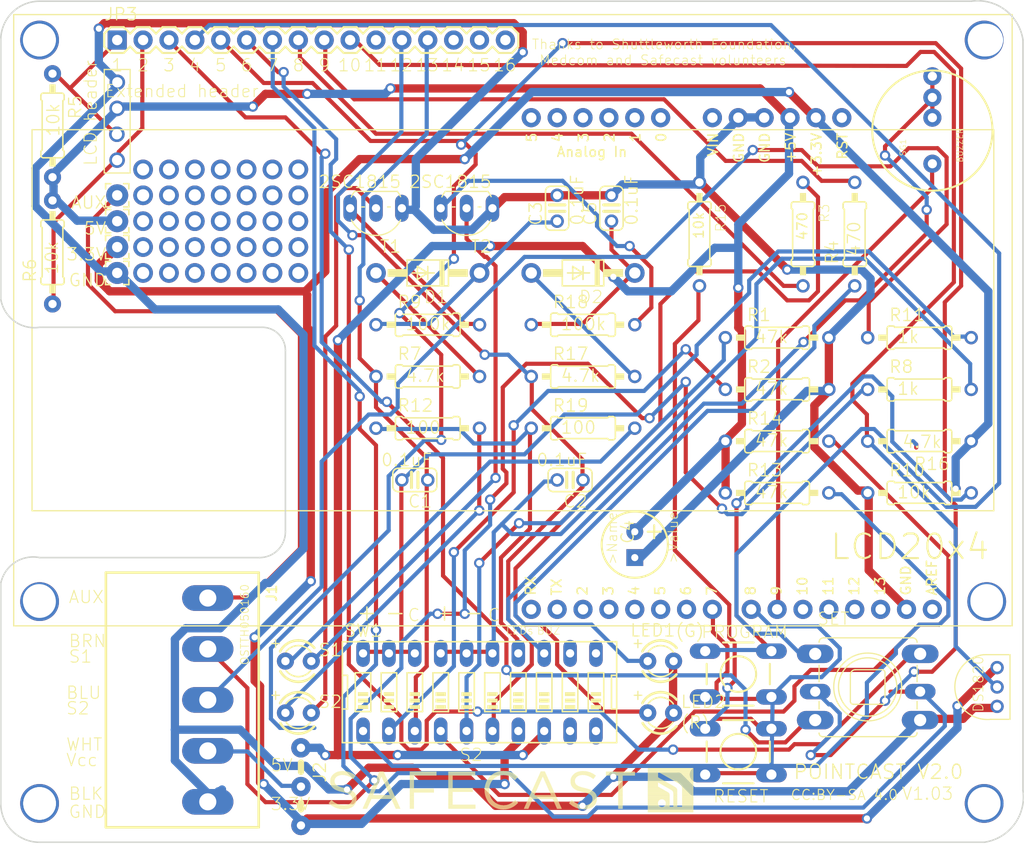
<source format=kicad_pcb>
(kicad_pcb (version 4) (host pcbnew "(2016-04-21 BZR 6706)-product")
  (layers (0 Top signal) (31 Bottom signal) (34 B.Paste user) (35 F.Paste user) (36 B.SilkS user) (37 F.SilkS user) (38 B.Mask user) (39 F.Mask user) (44 Edge.Cuts user))
  (net 0 "")
  (net 1 GND)
  (net 2 VDD)
  (net 3 VCC)
  (net 4 N$23)
  (net 5 N$3)
  (net 6 BLUE)
  (net 7 BROWN)
  (net 8 N$43)
  (net 9 N$1)
  (net 10 N$6)
  (net 11 N$84)
  (net 12 N$85)
  (net 13 N$39)
  (net 14 N$223)
  (net 15 N$62)
  (net 16 D22)
  (net 17 D21)
  (net 18 D20)
  (net 19 D17)
  (net 20 D31)
  (net 21 D32)
  (net 22 D33)
  (net 23 D14)
  (net 24 D26)
  (net 25 SCA)
  (net 26 SCL)
  (net 27 D15)
  (net 28 N$2)
  (net 29 N$4)
  (net 30 N$244)
  (net 31 N$54)
  (net 32 N$58)
  (net 33 N$76)
  (net 34 N$77)
  (net 35 N$92)
  (net 36 N$136)
  (net 37 N$137)
  (net 38 N$138)
  (net 39 N$139)
  (net 40 N$140)
  (net 41 N$7)
  (net 42 N$8)
  (net 43 N$9)
  (net 44 N$10)
  (net 45 D23)
  (net 46 N$28)
  (net 47 N$29)
  (net 48 N$30)
  (module "" (layer Top) (at 102.123536 142.491164)
    (fp_text reference @HOLE0 hide)
    (fp_text value "" (at 0 0) (layer F.SilkS))
    (pad "" np_thru_hole circle (at 0 0) (size 3.2 3.2) (drill 3.2) (layers *.Cu))
  )
  (module "" (layer Top) (at 194.833536 142.491164)
    (fp_text reference @HOLE1 hide)
    (fp_text value "" (at 0 0) (layer F.SilkS))
    (pad "" np_thru_hole circle (at 0 0) (size 3.2 3.2) (drill 3.2) (layers *.Cu))
  )
  (module "" (layer Top) (at 102.123536 67.561164)
    (fp_text reference @HOLE2 hide)
    (fp_text value "" (at 0 0) (layer F.SilkS))
    (pad "" np_thru_hole circle (at 0 0) (size 3.2 3.2) (drill 3.2) (layers *.Cu))
  )
  (module "" (layer Top) (at 194.833536 67.561164)
    (fp_text reference @HOLE3 hide)
    (fp_text value "" (at 0 0) (layer F.SilkS))
    (pad "" np_thru_hole circle (at 0 0) (size 3.2 3.2) (drill 3.2) (layers *.Cu))
  )
  (module "" (layer Top) (at 101.869536 135.887164)
    (fp_text reference @HOLE4 hide)
    (fp_text value "" (at 0 0) (layer F.SilkS))
    (pad "" np_thru_hole circle (at 0 0) (size 3.2 3.2) (drill 3.2) (layers *.Cu))
  )
  (module "" (layer Top) (at 101.869536 128.521164)
    (fp_text reference @HOLE5 hide)
    (fp_text value "" (at 0 0) (layer F.SilkS))
    (pad "" np_thru_hole circle (at 0 0) (size 3.2 3.2) (drill 3.2) (layers *.Cu))
  )
  (module "" (layer Top) (at 102.123536 142.491164)
    (fp_text reference @HOLE6 hide)
    (fp_text value "" (at 0 0) (layer F.SilkS))
    (pad "" np_thru_hole circle (at 0 0) (size 3.2 3.2) (drill 3.2) (layers *.Cu))
  )
  (module LED3MM (layer Top) (at 163.083536 133.601164)
    (fp_text reference LED2 (at 1.905 -0.381) (layer F.SilkS) (effects (font (size 1.2065 1.2065) (thickness 0.12065)) (justify left bottom)))
    (fp_text value "(R)" (at 1.905 1.651) (layer F.SilkS) (effects (font (size 1.2065 1.2065) (thickness 0.12065)) (justify left bottom)))
    (pad A thru_hole circle (at -1.27 0) (size 1.6764 1.6764) (drill 0.8128) (layers *.Cu *.Mask) (net 5 N$3))
    (pad K thru_hole circle (at 1.27 0) (size 1.6764 1.6764) (drill 0.8128) (layers *.Cu *.Mask) (net 1 GND))
  )
  (module 0207%2f10 (layer Top) (at 188.483536 96.771164)
    (fp_text reference R11 (at -3.048 -1.524) (layer F.SilkS) (effects (font (size 1.2065 1.2065) (thickness 0.127)) (justify left bottom)))
    (fp_text value 1k (at -2.2606 0.635) (layer F.SilkS) (effects (font (size 1.2065 1.2065) (thickness 0.127)) (justify left bottom)))
    (pad 1 thru_hole circle (at -5.08 0) (size 1.3208 1.3208) (drill 0.8128) (layers *.Cu *.Mask) (net 7 BROWN))
    (pad 2 thru_hole circle (at 5.08 0) (size 1.3208 1.3208) (drill 0.8128) (layers *.Cu *.Mask) (net 13 N$39))
  )
  (module 0207%2f10 (layer Top) (at 174.513536 112.011164)
    (fp_text reference R13 (at -3.048 -1.524) (layer F.SilkS) (effects (font (size 1.2065 1.2065) (thickness 0.127)) (justify left bottom)))
    (fp_text value 47k (at -2.2606 0.635) (layer F.SilkS) (effects (font (size 1.2065 1.2065) (thickness 0.127)) (justify left bottom)))
    (pad 1 thru_hole circle (at -5.08 0) (size 1.3208 1.3208) (drill 0.8128) (layers *.Cu *.Mask) (net 2 VDD))
    (pad 2 thru_hole circle (at 5.08 0) (size 1.3208 1.3208) (drill 0.8128) (layers *.Cu *.Mask) (net 8 N$43))
  )
  (module 0207%2f10 (layer Top) (at 174.513536 106.931164)
    (fp_text reference R14 (at -3.048 -1.524) (layer F.SilkS) (effects (font (size 1.2065 1.2065) (thickness 0.127)) (justify left bottom)))
    (fp_text value 47k (at -2.2606 0.635) (layer F.SilkS) (effects (font (size 1.2065 1.2065) (thickness 0.127)) (justify left bottom)))
    (pad 1 thru_hole circle (at -5.08 0) (size 1.3208 1.3208) (drill 0.8128) (layers *.Cu *.Mask) (net 2 VDD))
    (pad 2 thru_hole circle (at 5.08 0) (size 1.3208 1.3208) (drill 0.8128) (layers *.Cu *.Mask) (net 10 N$6))
  )
  (module 0207%2f10 (layer Top) (at 177.053536 86.611164 270)
    (fp_text reference R3 (at -3.048 -1.524 90) (layer F.SilkS) (effects (font (size 0.9652 0.9652) (thickness 0.077216)) (justify right top)))
    (fp_text value 470 (at -2.2606 0.635 90) (layer F.SilkS) (effects (font (size 0.9652 0.9652) (thickness 0.14478)) (justify right top)))
    (pad 1 thru_hole circle (at -5.08 0 270) (size 1.3208 1.3208) (drill 0.8128) (layers *.Cu *.Mask) (net 5 N$3))
    (pad 2 thru_hole circle (at 5.08 0 270) (size 1.3208 1.3208) (drill 0.8128) (layers *.Cu *.Mask) (net 24 D26))
  )
  (module 0207%2f10 (layer Top) (at 188.483536 101.851164)
    (fp_text reference R8 (at -3.048 -1.524) (layer F.SilkS) (effects (font (size 1.2065 1.2065) (thickness 0.127)) (justify left bottom)))
    (fp_text value 1k (at -2.2606 0.635) (layer F.SilkS) (effects (font (size 1.2065 1.2065) (thickness 0.127)) (justify left bottom)))
    (pad 1 thru_hole circle (at -5.08 0) (size 1.3208 1.3208) (drill 0.8128) (layers *.Cu *.Mask) (net 6 BLUE))
    (pad 2 thru_hole circle (at 5.08 0) (size 1.3208 1.3208) (drill 0.8128) (layers *.Cu *.Mask) (net 14 N$223))
  )
  (module BUZZER-12MM (layer Top) (at 189.753536 76.451164 90)
    (fp_text reference SG1 (at -2.54 -2.54 90) (layer F.SilkS) (effects (font (size 0.57912 0.57912) (thickness 0.06096)) (justify left bottom)))
    (fp_text value BUZZER (at -3.175 3.048 90) (layer F.SilkS) (effects (font (size 0.57912 0.57912) (thickness 0.06096)) (justify left bottom)))
    (pad - thru_hole circle (at -3.25 0 90) (size 1.778 1.778) (drill 0.9) (layers *.Cu *.Mask) (net 4 N$23))
    (pad + thru_hole circle (at 3.25 0 90) (size 1.778 1.778) (drill 0.9) (layers *.Cu *.Mask) (net 9 N$1))
  )
  (module EDG-10 (layer Top) (at 145.303536 131.569164)
    (fp_text reference SW1 (at -13.335 -5.334) (layer F.SilkS) (effects (font (size 1.2065 1.2065) (thickness 0.12065)) (justify left bottom)))
    (fp_text value "" (at -5.08 -5.334) (layer F.SilkS) (effects (font (size 1.2065 1.2065) (thickness 0.12065)) (justify left bottom)))
    (pad 1 thru_hole oval (at -11.43 3.81 90) (size 2.6416 1.3208) (drill 0.8128) (layers *.Cu *.Mask) (net 8 N$43))
    (pad 2 thru_hole oval (at -8.89 3.81 90) (size 2.6416 1.3208) (drill 0.8128) (layers *.Cu *.Mask) (net 42 N$8))
    (pad 7 thru_hole oval (at 3.81 3.81 90) (size 2.6416 1.3208) (drill 0.8128) (layers *.Cu *.Mask) (net 3 VCC))
    (pad 8 thru_hole oval (at 6.35 3.81 90) (size 2.6416 1.3208) (drill 0.8128) (layers *.Cu *.Mask) (net 2 VDD))
    (pad 3 thru_hole oval (at -6.35 3.81 90) (size 2.6416 1.3208) (drill 0.8128) (layers *.Cu *.Mask) (net 27 D15))
    (pad 4 thru_hole oval (at -3.81 3.81 90) (size 2.6416 1.3208) (drill 0.8128) (layers *.Cu *.Mask) (net 10 N$6))
    (pad 6 thru_hole oval (at 1.27 3.81 90) (size 2.6416 1.3208) (drill 0.8128) (layers *.Cu *.Mask) (net 23 D14))
    (pad 5 thru_hole oval (at -1.27 3.81 90) (size 2.6416 1.3208) (drill 0.8128) (layers *.Cu *.Mask) (net 43 N$9))
    (pad 9 thru_hole oval (at 8.89 3.81 90) (size 2.6416 1.3208) (drill 0.8128) (layers *.Cu *.Mask))
    (pad 10 thru_hole oval (at 11.43 3.81 90) (size 2.6416 1.3208) (drill 0.8128) (layers *.Cu *.Mask))
    (pad 11 thru_hole oval (at 11.43 -3.81 90) (size 2.6416 1.3208) (drill 0.8128) (layers *.Cu *.Mask))
    (pad 12 thru_hole oval (at 8.89 -3.81 90) (size 2.6416 1.3208) (drill 0.8128) (layers *.Cu *.Mask))
    (pad 13 thru_hole oval (at 6.35 -3.81 90) (size 2.6416 1.3208) (drill 0.8128) (layers *.Cu *.Mask) (net 9 N$1))
    (pad 14 thru_hole oval (at 3.81 -3.81 90) (size 2.6416 1.3208) (drill 0.8128) (layers *.Cu *.Mask) (net 41 N$7))
    (pad 15 thru_hole oval (at 1.27 -3.81 90) (size 2.6416 1.3208) (drill 0.8128) (layers *.Cu *.Mask) (net 14 N$223))
    (pad 16 thru_hole oval (at -1.27 -3.81 90) (size 2.6416 1.3208) (drill 0.8128) (layers *.Cu *.Mask) (net 14 N$223))
    (pad 17 thru_hole oval (at -3.81 -3.81 90) (size 2.6416 1.3208) (drill 0.8128) (layers *.Cu *.Mask) (net 14 N$223))
    (pad 18 thru_hole oval (at -6.35 -3.81 90) (size 2.6416 1.3208) (drill 0.8128) (layers *.Cu *.Mask) (net 13 N$39))
    (pad 19 thru_hole oval (at -8.89 -3.81 90) (size 2.6416 1.3208) (drill 0.8128) (layers *.Cu *.Mask) (net 13 N$39))
    (pad 20 thru_hole oval (at -11.43 -3.81 90) (size 2.6416 1.3208) (drill 0.8128) (layers *.Cu *.Mask) (net 13 N$39))
  )
  (module LCD-20X4-4HOLES (layer Top) (at 99.583536 125.061164)
    (fp_text reference X1 hide)
    (fp_text value LCD-HD447804-HOLES20X4-4HOLES hide)
    (fp_text user LCD20x4 (at 80.01 -6.35) (layer F.SilkS) (effects (font (size 2.413 2.413) (thickness 0.2032)) (justify left bottom)))
    (fp_text user "LCD header" (at 8.255 -45.085 90) (layer F.SilkS) (effects (font (size 1.2065 1.2065) (thickness 0.1016)) (justify left bottom)))
    (pad P$13 thru_hole circle (at 10.169769 -53.351275) (size 1.524 1.524) (drill 1.016) (layers *.Cu *.Mask) (net 1 GND))
    (pad P$14 thru_hole circle (at 10.14855 -50.789159) (size 1.524 1.524) (drill 1.016) (layers *.Cu *.Mask) (net 2 VDD))
    (pad P$15 thru_hole circle (at 10.127325 -48.251831) (size 1.524 1.524) (drill 1.016) (layers *.Cu *.Mask) (net 25 SCA))
    (pad P$16 thru_hole circle (at 10.148547 -45.712722) (size 1.524 1.524) (drill 1.016) (layers *.Cu *.Mask) (net 26 SCL))
    (pad "" np_thru_hole circle (at 2.5 -2.5) (size 3.2 3.2) (drill 3.2) (layers *.Cu))
    (pad "" np_thru_hole circle (at 2.5 -57.5) (size 3.2 3.2) (drill 3.2) (layers *.Cu))
    (pad "" np_thru_hole circle (at 95.5 -57.5) (size 3.2 3.2) (drill 3.2) (layers *.Cu))
    (pad "" np_thru_hole circle (at 95.5 -2.5) (size 3.2 3.2) (drill 3.2) (layers *.Cu))
  )
  (module DUEMILANOVE_SHIELD (layer Top) (at 165.623536 103.121164)
    (fp_text reference X3 hide)
    (fp_text value "3GS shield" hide)
    (fp_text user GND (at 7.112 -26.5557 90) (layer F.SilkS) (effects (font (size 0.9652 0.9652) (thickness 0.1524)) (justify right top)))
    (fp_text user GND (at 4.572 -26.5557 90) (layer F.SilkS) (effects (font (size 0.9652 0.9652) (thickness 0.1524)) (justify right top)))
    (fp_text user +5V (at 9.652 -26.5557 90) (layer F.SilkS) (effects (font (size 0.9652 0.9652) (thickness 0.1524)) (justify right top)))
    (fp_text user RST (at 14.732 -26.5557 90) (layer F.SilkS) (effects (font (size 0.9652 0.9652) (thickness 0.1524)) (justify right top)))
    (fp_text user VIN (at 2.032 -26.5557 90) (layer F.SilkS) (effects (font (size 0.9652 0.9652) (thickness 0.1524)) (justify right top)))
    (fp_text user +3.3V (at 12.192 -26.5557 90) (layer F.SilkS) (effects (font (size 0.9652 0.9652) (thickness 0.1524)) (justify right top)))
    (fp_text user 0 (at -3.048 -26.5557 90) (layer F.SilkS) (effects (font (size 0.9652 0.9652) (thickness 0.1524)) (justify right top)))
    (fp_text user 1 (at -5.588 -26.5557 90) (layer F.SilkS) (effects (font (size 0.9652 0.9652) (thickness 0.1524)) (justify right top)))
    (fp_text user 2 (at -8.128 -26.5557 90) (layer F.SilkS) (effects (font (size 0.9652 0.9652) (thickness 0.1524)) (justify right top)))
    (fp_text user 3 (at -10.668 -26.5557 90) (layer F.SilkS) (effects (font (size 0.9652 0.9652) (thickness 0.1524)) (justify right top)))
    (fp_text user 4 (at -13.208 -26.5557 90) (layer F.SilkS) (effects (font (size 0.9652 0.9652) (thickness 0.1524)) (justify right top)))
    (fp_text user 5 (at -15.748 -26.5557 90) (layer F.SilkS) (effects (font (size 0.9652 0.9652) (thickness 0.1524)) (justify right top)))
    (fp_text user "Analog In" (at -12.827 -24.0157) (layer F.SilkS) (effects (font (size 0.9652 0.9652) (thickness 0.1524)) (justify left bottom)))
    (fp_text user GND (at 22.098 19.05 90) (layer F.SilkS) (effects (font (size 0.9652 0.9652) (thickness 0.1524)) (justify left bottom)))
    (fp_text user 13 (at 19.558 19.05 90) (layer F.SilkS) (effects (font (size 0.9652 0.9652) (thickness 0.1524)) (justify left bottom)))
    (fp_text user 12 (at 17.018 19.05 90) (layer F.SilkS) (effects (font (size 0.9652 0.9652) (thickness 0.1524)) (justify left bottom)))
    (fp_text user 11 (at 14.478 19.05 90) (layer F.SilkS) (effects (font (size 0.9652 0.9652) (thickness 0.1524)) (justify left bottom)))
    (fp_text user AREF (at 24.638 19.05 90) (layer F.SilkS) (effects (font (size 0.9652 0.9652) (thickness 0.1524)) (justify left bottom)))
    (fp_text user 10 (at 11.938 19.05 90) (layer F.SilkS) (effects (font (size 0.9652 0.9652) (thickness 0.1524)) (justify left bottom)))
    (fp_text user 9 (at 9.398 19.05 90) (layer F.SilkS) (effects (font (size 0.9652 0.9652) (thickness 0.1524)) (justify left bottom)))
    (fp_text user 8 (at 6.858 19.05 90) (layer F.SilkS) (effects (font (size 0.9652 0.9652) (thickness 0.1524)) (justify left bottom)))
    (fp_text user 7 (at 3.048 19.05 90) (layer F.SilkS) (effects (font (size 0.9652 0.9652) (thickness 0.1524)) (justify left bottom)))
    (fp_text user 6 (at 0.508 19.05 90) (layer F.SilkS) (effects (font (size 0.9652 0.9652) (thickness 0.1524)) (justify left bottom)))
    (fp_text user 5 (at -2.032 19.05 90) (layer F.SilkS) (effects (font (size 0.9652 0.9652) (thickness 0.1524)) (justify left bottom)))
    (fp_text user 4 (at -4.572 19.05 90) (layer F.SilkS) (effects (font (size 0.9652 0.9652) (thickness 0.1524)) (justify left bottom)))
    (fp_text user 3 (at -7.112 19.05 90) (layer F.SilkS) (effects (font (size 0.9652 0.9652) (thickness 0.1524)) (justify left bottom)))
    (fp_text user 2 (at -9.652 19.05 90) (layer F.SilkS) (effects (font (size 0.9652 0.9652) (thickness 0.1524)) (justify left bottom)))
    (fp_text user TX (at -12.192 19.05 90) (layer F.SilkS) (effects (font (size 0.9652 0.9652) (thickness 0.1524)) (justify left bottom)))
    (fp_text user RX (at -14.732 19.05 90) (layer F.SilkS) (effects (font (size 0.9652 0.9652) (thickness 0.1524)) (justify left bottom)))
    (pad RES thru_hole circle (at 15.24 -27.94 180) (size 1.8796 1.8796) (drill 1.016) (layers *.Cu *.Mask))
    (pad 3.3V thru_hole circle (at 12.7 -27.94 180) (size 1.8796 1.8796) (drill 1.016) (layers *.Cu *.Mask) (net 3 VCC))
    (pad 5V thru_hole circle (at 10.16 -27.94 180) (size 1.8796 1.8796) (drill 1.016) (layers *.Cu *.Mask) (net 2 VDD))
    (pad GND@ thru_hole circle (at 7.62 -27.94 180) (size 1.8796 1.8796) (drill 1.016) (layers *.Cu *.Mask))
    (pad GND@ thru_hole circle (at 5.08 -27.94 180) (size 1.8796 1.8796) (drill 1.016) (layers *.Cu *.Mask))
    (pad VIN thru_hole circle (at 2.54 -27.94 180) (size 1.8796 1.8796) (drill 1.016) (layers *.Cu *.Mask))
    (pad A0 thru_hole circle (at -2.54 -27.94 180) (size 1.8796 1.8796) (drill 1.016) (layers *.Cu *.Mask))
    (pad A1 thru_hole circle (at -5.08 -27.94 180) (size 1.8796 1.8796) (drill 1.016) (layers *.Cu *.Mask))
    (pad A2 thru_hole circle (at -7.62 -27.94 180) (size 1.8796 1.8796) (drill 1.016) (layers *.Cu *.Mask))
    (pad A3 thru_hole circle (at -10.16 -27.94 180) (size 1.8796 1.8796) (drill 1.016) (layers *.Cu *.Mask))
    (pad A4 thru_hole circle (at -12.7 -27.94 180) (size 1.8796 1.8796) (drill 1.016) (layers *.Cu *.Mask))
    (pad A5 thru_hole circle (at -15.24 -27.94 180) (size 1.8796 1.8796) (drill 1.016) (layers *.Cu *.Mask))
    (pad RX thru_hole circle (at -15.24 20.32 180) (size 1.8796 1.8796) (drill 1.016) (layers *.Cu *.Mask))
    (pad TX thru_hole circle (at -12.7 20.32 180) (size 1.8796 1.8796) (drill 1.016) (layers *.Cu *.Mask))
    (pad D2 thru_hole circle (at -10.16 20.32 180) (size 1.8796 1.8796) (drill 1.016) (layers *.Cu *.Mask))
    (pad D3 thru_hole circle (at -7.62 20.32 180) (size 1.8796 1.8796) (drill 1.016) (layers *.Cu *.Mask))
    (pad D4 thru_hole circle (at -5.08 20.32 180) (size 1.8796 1.8796) (drill 1.016) (layers *.Cu *.Mask))
    (pad D5 thru_hole circle (at -2.54 20.32 180) (size 1.8796 1.8796) (drill 1.016) (layers *.Cu *.Mask))
    (pad D6 thru_hole circle (at 0 20.32 180) (size 1.8796 1.8796) (drill 1.016) (layers *.Cu *.Mask))
    (pad D7 thru_hole circle (at 2.54 20.32 180) (size 1.8796 1.8796) (drill 1.016) (layers *.Cu *.Mask) (net 47 N$29))
    (pad D8 thru_hole circle (at 6.35 20.32 180) (size 1.8796 1.8796) (drill 1.016) (layers *.Cu *.Mask) (net 12 N$85))
    (pad D9 thru_hole circle (at 8.89 20.32 180) (size 1.8796 1.8796) (drill 1.016) (layers *.Cu *.Mask) (net 4 N$23))
    (pad D10 thru_hole circle (at 11.43 20.32 180) (size 1.8796 1.8796) (drill 1.016) (layers *.Cu *.Mask))
    (pad D11 thru_hole circle (at 13.97 20.32 180) (size 1.8796 1.8796) (drill 1.016) (layers *.Cu *.Mask))
    (pad D12 thru_hole circle (at 16.51 20.32 180) (size 1.8796 1.8796) (drill 1.016) (layers *.Cu *.Mask))
    (pad D13 thru_hole circle (at 19.05 20.32 180) (size 1.8796 1.8796) (drill 1.016) (layers *.Cu *.Mask))
    (pad GND@ thru_hole circle (at 21.59 20.32 180) (size 1.8796 1.8796) (drill 1.016) (layers *.Cu *.Mask))
    (pad AREF thru_hole circle (at 24.13 20.32 180) (size 1.8796 1.8796) (drill 1.016) (layers *.Cu *.Mask))
  )
  (module CREATIVE_COMMONS (layer Top) (at 175.783536 147.317164)
    (fp_text reference FRAME1 hide)
    (fp_text value FRAME-LEDGER hide)
    (fp_text user "CC:BY-SA 4.0" (at 0 -5.08) (layer F.SilkS) (effects (font (thickness 0.1016)) (justify left bottom)))
    (fp_text user V1.03 (at 10.906464 -5.08) (layer F.SilkS) (effects (font (size 1.2065 1.2065) (thickness 0.1016)) (justify left bottom)))
  )
  (module 0207%2f10 (layer Top) (at 174.513536 96.771164)
    (fp_text reference R1 (at -3.048 -1.524) (layer F.SilkS) (effects (font (size 1.2065 1.2065) (thickness 0.127)) (justify left bottom)))
    (fp_text value 47k (at -2.2606 0.635) (layer F.SilkS) (effects (font (size 1.2065 1.2065) (thickness 0.127)) (justify left bottom)))
    (pad 1 thru_hole circle (at -5.08 0) (size 1.3208 1.3208) (drill 0.8128) (layers *.Cu *.Mask) (net 43 N$9))
    (pad 2 thru_hole circle (at 5.08 0) (size 1.3208 1.3208) (drill 0.8128) (layers *.Cu *.Mask) (net 1 GND))
  )
  (module 0207%2f10 (layer Top) (at 174.513536 101.851164)
    (fp_text reference R2 (at -3.048 -1.524) (layer F.SilkS) (effects (font (size 1.2065 1.2065) (thickness 0.127)) (justify left bottom)))
    (fp_text value 47k (at -2.2606 0.635) (layer F.SilkS) (effects (font (size 1.2065 1.2065) (thickness 0.127)) (justify left bottom)))
    (pad 1 thru_hole circle (at -5.08 0) (size 1.3208 1.3208) (drill 0.8128) (layers *.Cu *.Mask) (net 42 N$8))
    (pad 2 thru_hole circle (at 5.08 0) (size 1.3208 1.3208) (drill 0.8128) (layers *.Cu *.Mask) (net 1 GND))
  )
  (module SAFECAST_LOGO1 (layer Top) (at 130.063536 143.761164)
    (fp_text reference U$10 hide)
    (fp_text value "" hide)
  )
  (module C025-024X044 (layer Top) (at 138.953536 110.741164 180)
    (fp_text reference C1 (at -1.778 -1.397) (layer F.SilkS) (effects (font (size 1.2065 1.2065) (thickness 0.12065)) (justify right top)))
    (fp_text value 0.1uF (at -1.778 2.667) (layer F.SilkS) (effects (font (size 1.2065 1.2065) (thickness 0.12065)) (justify right top)))
    (pad 1 thru_hole circle (at -1.27 0 180) (size 1.3208 1.3208) (drill 0.8128) (layers *.Cu *.Mask) (net 27 D15))
    (pad 2 thru_hole circle (at 1.27 0 180) (size 1.3208 1.3208) (drill 0.8128) (layers *.Cu *.Mask) (net 13 N$39))
  )
  (module C025-024X044 (layer Top) (at 154.193536 110.741164 180)
    (fp_text reference C2 (at -1.778 -1.397) (layer F.SilkS) (effects (font (size 1.2065 1.2065) (thickness 0.12065)) (justify right top)))
    (fp_text value 0.1uF (at -1.778 2.667) (layer F.SilkS) (effects (font (size 1.2065 1.2065) (thickness 0.12065)) (justify right top)))
    (pad 1 thru_hole circle (at -1.27 0 180) (size 1.3208 1.3208) (drill 0.8128) (layers *.Cu *.Mask) (net 23 D14))
    (pad 2 thru_hole circle (at 1.27 0 180) (size 1.3208 1.3208) (drill 0.8128) (layers *.Cu *.Mask) (net 14 N$223))
  )
  (module DTS-6 (layer Top) (at 170.703536 137.411164)
    (fp_text reference RESET hide)
    (fp_text value RESET (at -2.54 5.08) (layer F.SilkS) (effects (font (size 1.2065 1.2065) (thickness 0.09652)) (justify left bottom)))
    (pad 1 thru_hole oval (at -3.25 -2.25) (size 3.016 1.508) (drill 1) (layers *.Cu *.Mask) (net 11 N$84))
    (pad 2 thru_hole oval (at 3.25 -2.25) (size 3.016 1.508) (drill 1) (layers *.Cu *.Mask) (net 11 N$84))
    (pad 3 thru_hole oval (at -3.25 2.25) (size 3.016 1.508) (drill 1) (layers *.Cu *.Mask) (net 12 N$85))
    (pad 4 thru_hole oval (at 3.25 2.25) (size 3.016 1.508) (drill 1) (layers *.Cu *.Mask) (net 12 N$85))
  )
  (module 0207%2f10 (layer Top) (at 166.893536 86.611164 270)
    (fp_text reference R15 (at -3.048 -1.524 90) (layer F.SilkS) (effects (font (size 0.9652 0.9652) (thickness 0.077216)) (justify right top)))
    (fp_text value 10k (at -2.2606 0.635 90) (layer F.SilkS) (effects (font (size 0.9652 0.9652) (thickness 0.14478)) (justify right top)))
    (pad 1 thru_hole circle (at -5.08 0 270) (size 1.3208 1.3208) (drill 0.8128) (layers *.Cu *.Mask) (net 1 GND))
    (pad 2 thru_hole circle (at 5.08 0 270) (size 1.3208 1.3208) (drill 0.8128) (layers *.Cu *.Mask) (net 11 N$84))
  )
  (module CPOL-RADIAL-100UF-25V (layer Top) (at 160.543536 117.091164 90)
    (fp_text reference C4 (at 0 0 90) (layer F.SilkS) (effects (font (size 1.2065 1.2065) (thickness 0.12065)) (justify left bottom)))
    (fp_text value 100uf hide)
    (fp_text user >Value (at -1.905 4.318 90) (layer F.SilkS) (effects (font (size 0.9652 0.9652) (thickness 0.08128)) (justify left bottom)))
    (fp_text user >Name (at -2.032 -1.651 90) (layer F.SilkS) (effects (font (size 0.9652 0.9652) (thickness 0.08128)) (justify left bottom)))
    (pad 2 thru_hole circle (at 1.27 0 90) (size 1.651 1.651) (drill 0.7) (layers *.Cu *.Mask) (net 2 VDD))
    (pad 1 thru_hole rect (at -1.27 0 180) (size 1.651 1.651) (drill 0.7) (layers *.Cu *.Mask) (net 1 GND))
  )
  (module AVA_DS1820 (layer Top) (at 194.833536 133.601164 90)
    (fp_text reference TEMP hide)
    (fp_text value AVA_DS1820TO92 hide)
    (fp_text user DS1820 (at 0 0 90) (layer F.SilkS) (effects (font (size 0.9652 0.9652) (thickness 0.08128)) (justify left bottom)))
    (pad DQ thru_hole circle (at 2.54 1.27 90) (size 1.308 1.308) (drill 0.8) (layers *.Cu *.Mask) (net 21 D32))
    (pad GND thru_hole circle (at 0.635 1.27 90) (size 1.308 1.308) (drill 0.8) (layers *.Cu *.Mask) (net 1 GND))
    (pad VDD thru_hole circle (at 4.445 1.27 90) (size 1.308 1.308) (drill 0.8) (layers *.Cu *.Mask) (net 3 VCC))
  )
  (module 0207%2f10 (layer Top) (at 188.483536 106.931164 180)
    (fp_text reference R16 (at -3.048 -1.524) (layer F.SilkS) (effects (font (size 1.2065 1.2065) (thickness 0.12065)) (justify right top)))
    (fp_text value 4.7k (at -2.2606 0.635) (layer F.SilkS) (effects (font (size 1.2065 1.2065) (thickness 0.12065)) (justify right top)))
    (pad 1 thru_hole circle (at -5.08 0 180) (size 1.3208 1.3208) (drill 0.8128) (layers *.Cu *.Mask) (net 3 VCC))
    (pad 2 thru_hole circle (at 5.08 0 180) (size 1.3208 1.3208) (drill 0.8128) (layers *.Cu *.Mask) (net 21 D32))
  )
  (module 2,15%2f1,0 (layer Top) (at 109.743536 82.801164 90)
    (fp_text reference PAD1 hide)
    (fp_text value AUX (at 0 -1) (layer F.SilkS) (effects (font (size 1.2065 1.2065) (thickness 0.12065)) (justify right top)))
    (pad 1 thru_hole circle (at 0 0 90) (size 2.159 2.159) (drill 1.016) (layers *.Cu *.Mask) (net 44 N$10))
  )
  (module 2,15%2f1,0 (layer Top) (at 109.743536 85.341164 90)
    (fp_text reference PAD2 hide)
    (fp_text value 5V (at 0 -1) (layer F.SilkS) (effects (font (size 1.2065 1.2065) (thickness 0.12065)) (justify right top)))
    (pad 1 thru_hole circle (at 0 0 90) (size 2.159 2.159) (drill 1.016) (layers *.Cu *.Mask) (net 2 VDD))
  )
  (module 2,15%2f1,0 (layer Top) (at 109.743536 87.881164 90)
    (fp_text reference PAD4 hide)
    (fp_text value 3.3V (at 0 -1) (layer F.SilkS) (effects (font (size 1.2065 1.2065) (thickness 0.12065)) (justify right top)))
    (pad 1 thru_hole circle (at 0 0 90) (size 2.159 2.159) (drill 1.016) (layers *.Cu *.Mask) (net 3 VCC))
  )
  (module 2,15%2f1,0 (layer Top) (at 109.743536 90.421164 90)
    (fp_text reference PAD3 hide)
    (fp_text value GND (at 0 -1) (layer F.SilkS) (effects (font (size 1.2065 1.2065) (thickness 0.12065)) (justify right top)))
    (pad 1 thru_hole circle (at 0 0 90) (size 2.159 2.159) (drill 1.016) (layers *.Cu *.Mask) (net 1 GND))
  )
  (module SKQU (layer Top) (at 183.403536 131.061164)
    (fp_text reference SET (at -5 -6) (layer F.SilkS) (effects (font (size 1.2065 1.2065) (thickness 0.09652)) (justify left bottom)))
    (fp_text value "" (at -3.81 7.62) (layer F.SilkS) (effects (font (size 1.2065 1.2065) (thickness 0.09652)) (justify left bottom)))
    (pad UP thru_hole oval (at -5.15 -3.25) (size 3.6 1.8) (drill 1.2) (layers *.Cu *.Mask) (net 18 D20))
    (pad DOWN thru_hole oval (at -5.15 3.25) (size 3.6 1.8) (drill 1.2) (layers *.Cu *.Mask) (net 19 D17))
    (pad CENT thru_hole oval (at 5.15 -3.25) (size 3.6 1.8) (drill 1.2) (layers *.Cu *.Mask))
    (pad COMM thru_hole oval (at 5.15 3.25) (size 3.6 1.8) (drill 1.2) (layers *.Cu *.Mask))
    (pad LEFT thru_hole oval (at -5.15 0.45) (size 3.016 1.508) (drill 1) (layers *.Cu *.Mask) (net 17 D21))
    (pad RIGH thru_hole oval (at 5.15 0.45) (size 3.016 1.508) (drill 1) (layers *.Cu *.Mask))
  )
  (module 0207%2f10 (layer Top) (at 182.133536 86.611164 90)
    (fp_text reference R4 (at -3.048 -1.524 90) (layer F.SilkS) (effects (font (size 1.2065 1.2065) (thickness 0.127)) (justify left bottom)))
    (fp_text value 470 (at -2.2606 0.635 90) (layer F.SilkS) (effects (font (size 1.2065 1.2065) (thickness 0.127)) (justify left bottom)))
    (pad 1 thru_hole circle (at -5.08 0 90) (size 1.3208 1.3208) (drill 0.8128) (layers *.Cu *.Mask) (net 15 N$62))
    (pad 2 thru_hole circle (at 5.08 0 90) (size 1.3208 1.3208) (drill 0.8128) (layers *.Cu *.Mask) (net 20 D31))
  )
  (module LED3MM (layer Top) (at 163.083536 128.521164)
    (fp_text reference LED1 (at -3.063536 -2.3114) (layer F.SilkS) (effects (font (size 1.2065 1.2065) (thickness 0.12065)) (justify left bottom)))
    (fp_text value "(G)" (at 1.381464 -2.2606) (layer F.SilkS) (effects (font (size 1.2065 1.2065) (thickness 0.12065)) (justify left bottom)))
    (pad A thru_hole circle (at -1.27 0) (size 1.6764 1.6764) (drill 0.8128) (layers *.Cu *.Mask) (net 15 N$62))
    (pad K thru_hole circle (at 1.27 0) (size 1.6764 1.6764) (drill 0.8128) (layers *.Cu *.Mask) (net 1 GND))
  )
  (module 1X16 (layer Top) (at 109.743536 67.561164)
    (fp_text reference JP3 (at -1.3462 -1.8288) (layer F.SilkS) (effects (font (size 1.2065 1.2065) (thickness 0.12065)) (justify left bottom)))
    (fp_text value "Extended header" (at -1.27 5.715) (layer F.SilkS) (effects (font (size 1.2065 1.2065) (thickness 0.09652)) (justify left bottom)))
    (fp_text user 1 (at -0.635 3.175) (layer F.SilkS) (effects (font (size 1.2065 1.2065) (thickness 0.1016)) (justify left bottom)))
    (fp_text user 2 (at 1.905 3.175) (layer F.SilkS) (effects (font (size 1.2065 1.2065) (thickness 0.1016)) (justify left bottom)))
    (fp_text user 3 (at 4.445 3.175) (layer F.SilkS) (effects (font (size 1.2065 1.2065) (thickness 0.1016)) (justify left bottom)))
    (fp_text user 4 (at 6.985 3.175) (layer F.SilkS) (effects (font (size 1.2065 1.2065) (thickness 0.1016)) (justify left bottom)))
    (fp_text user 3 (at 4.445 3.175) (layer F.SilkS) (effects (font (size 1.2065 1.2065) (thickness 0.1016)) (justify left bottom)))
    (fp_text user 5 (at 9.525 3.175) (layer F.SilkS) (effects (font (size 1.2065 1.2065) (thickness 0.1016)) (justify left bottom)))
    (fp_text user 6 (at 12.065 3.175) (layer F.SilkS) (effects (font (size 1.2065 1.2065) (thickness 0.1016)) (justify left bottom)))
    (fp_text user 8 (at 17.145 3.175) (layer F.SilkS) (effects (font (size 1.2065 1.2065) (thickness 0.1016)) (justify left bottom)))
    (fp_text user 7 (at 14.605 3.175) (layer F.SilkS) (effects (font (size 1.2065 1.2065) (thickness 0.1016)) (justify left bottom)))
    (fp_text user 9 (at 19.685 3.175) (layer F.SilkS) (effects (font (size 1.2065 1.2065) (thickness 0.1016)) (justify left bottom)))
    (fp_text user 10 (at 21.59 3.175) (layer F.SilkS) (effects (font (size 1.2065 1.2065) (thickness 0.1016)) (justify left bottom)))
    (fp_text user 12 (at 26.67 3.175) (layer F.SilkS) (effects (font (size 1.2065 1.2065) (thickness 0.1016)) (justify left bottom)))
    (fp_text user 11 (at 24.13 3.175) (layer F.SilkS) (effects (font (size 1.2065 1.2065) (thickness 0.1016)) (justify left bottom)))
    (fp_text user 13 (at 29.21 3.175) (layer F.SilkS) (effects (font (size 1.2065 1.2065) (thickness 0.1016)) (justify left bottom)))
    (fp_text user 14 (at 31.75 3.175) (layer F.SilkS) (effects (font (size 1.2065 1.2065) (thickness 0.1016)) (justify left bottom)))
    (fp_text user 16 (at 36.83 3.175) (layer F.SilkS) (effects (font (size 1.2065 1.2065) (thickness 0.1016)) (justify left bottom)))
    (fp_text user 15 (at 34.29 3.175) (layer F.SilkS) (effects (font (size 1.2065 1.2065) (thickness 0.1016)) (justify left bottom)))
    (pad 1 thru_hole rect (at 0 0 90) (size 1.8796 1.8796) (drill 1.016) (layers *.Cu *.Mask) (net 25 SCA))
    (pad 2 thru_hole circle (at 2.54 0 90) (size 1.8796 1.8796) (drill 1.016) (layers *.Cu *.Mask) (net 26 SCL))
    (pad 3 thru_hole circle (at 5.08 0 90) (size 1.8796 1.8796) (drill 1.016) (layers *.Cu *.Mask) (net 19 D17))
    (pad 4 thru_hole circle (at 7.62 0 90) (size 1.8796 1.8796) (drill 1.016) (layers *.Cu *.Mask) (net 18 D20))
    (pad 5 thru_hole circle (at 10.16 0 90) (size 1.8796 1.8796) (drill 1.016) (layers *.Cu *.Mask) (net 17 D21))
    (pad 6 thru_hole circle (at 12.7 0 90) (size 1.8796 1.8796) (drill 1.016) (layers *.Cu *.Mask) (net 16 D22))
    (pad 7 thru_hole circle (at 15.24 0 90) (size 1.8796 1.8796) (drill 1.016) (layers *.Cu *.Mask) (net 45 D23))
    (pad 8 thru_hole circle (at 17.78 0 90) (size 1.8796 1.8796) (drill 1.016) (layers *.Cu *.Mask) (net 24 D26))
    (pad 9 thru_hole circle (at 20.32 0 90) (size 1.8796 1.8796) (drill 1.016) (layers *.Cu *.Mask) (net 20 D31))
    (pad 10 thru_hole circle (at 22.86 0 90) (size 1.8796 1.8796) (drill 1.016) (layers *.Cu *.Mask) (net 21 D32))
    (pad 11 thru_hole circle (at 25.4 0 90) (size 1.8796 1.8796) (drill 1.016) (layers *.Cu *.Mask) (net 22 D33))
    (pad 12 thru_hole circle (at 27.94 0 90) (size 1.8796 1.8796) (drill 1.016) (layers *.Cu *.Mask) (net 23 D14))
    (pad 13 thru_hole circle (at 30.48 0 90) (size 1.8796 1.8796) (drill 1.016) (layers *.Cu *.Mask) (net 27 D15))
    (pad 14 thru_hole circle (at 33.02 0 90) (size 1.8796 1.8796) (drill 1.016) (layers *.Cu *.Mask) (net 28 N$2))
    (pad 15 thru_hole circle (at 35.56 0 90) (size 1.8796 1.8796) (drill 1.016) (layers *.Cu *.Mask) (net 29 N$4))
    (pad 16 thru_hole circle (at 38.1 0 90) (size 1.8796 1.8796) (drill 1.016) (layers *.Cu *.Mask) (net 30 N$244))
  )
  (module 0207%2f10 (layer Top) (at 103.393536 75.943164 270)
    (fp_text reference R5 (at -3.048 -1.524 90) (layer F.SilkS) (effects (font (size 1.2065 1.2065) (thickness 0.12065)) (justify right top)))
    (fp_text value 10k (at -2.2606 0.635 90) (layer F.SilkS) (effects (font (size 1.2065 1.2065) (thickness 0.12065)) (justify right top)))
    (pad 1 thru_hole circle (at -5.08 0 270) (size 1.6764 1.6764) (drill 0.8128) (layers *.Cu *.Mask) (net 25 SCA))
    (pad 2 thru_hole circle (at 5.08 0 270) (size 1.6764 1.6764) (drill 0.8128) (layers *.Cu *.Mask) (net 2 VDD))
  )
  (module 0207%2f10 (layer Top) (at 103.393536 88.389164 90)
    (fp_text reference R6 (at -3.048 -1.524 90) (layer F.SilkS) (effects (font (size 1.2065 1.2065) (thickness 0.127)) (justify left bottom)))
    (fp_text value 10k (at -2.2606 0.635 90) (layer F.SilkS) (effects (font (size 1.2065 1.2065) (thickness 0.127)) (justify left bottom)))
    (pad 1 thru_hole circle (at -5.08 0 90) (size 1.6764 1.6764) (drill 0.8128) (layers *.Cu *.Mask) (net 26 SCL))
    (pad 2 thru_hole circle (at 5.08 0 90) (size 1.6764 1.6764) (drill 0.8128) (layers *.Cu *.Mask) (net 2 VDD))
  )
  (module LED3MM (layer Top) (at 127.523536 133.601164)
    (fp_text reference S2 (at 1.905 -0.381) (layer F.SilkS) (effects (font (size 1.2065 1.2065) (thickness 0.12065)) (justify left bottom)))
    (fp_text value "" (at 1.905 1.651) (layer F.SilkS) (effects (font (size 1.2065 1.2065) (thickness 0.12065)) (justify left bottom)))
    (pad A thru_hole circle (at -1.27 0) (size 1.6764 1.6764) (drill 0.8128) (layers *.Cu *.Mask) (net 35 N$92))
    (pad K thru_hole circle (at 1.27 0) (size 1.6764 1.6764) (drill 0.8128) (layers *.Cu *.Mask) (net 34 N$77))
  )
  (module 0207%2f10 (layer Top) (at 140.223536 100.581164)
    (fp_text reference R7 (at -3.048 -1.524) (layer F.SilkS) (effects (font (size 1.2065 1.2065) (thickness 0.127)) (justify left bottom)))
    (fp_text value 4.7k (at -2.2606 0.635) (layer F.SilkS) (effects (font (size 1.2065 1.2065) (thickness 0.127)) (justify left bottom)))
    (pad 1 thru_hole circle (at -5.08 0) (size 1.3208 1.3208) (drill 0.8128) (layers *.Cu *.Mask) (net 27 D15))
    (pad 2 thru_hole circle (at 5.08 0) (size 1.3208 1.3208) (drill 0.8128) (layers *.Cu *.Mask) (net 31 N$54))
  )
  (module 0207%2f10 (layer Top) (at 140.223536 95.501164)
    (fp_text reference R9 (at -3.048 -1.524) (layer F.SilkS) (effects (font (size 1.2065 1.2065) (thickness 0.127)) (justify left bottom)))
    (fp_text value 100k (at -2.2606 0.635) (layer F.SilkS) (effects (font (size 1.2065 1.2065) (thickness 0.127)) (justify left bottom)))
    (pad 1 thru_hole circle (at -5.08 0) (size 1.3208 1.3208) (drill 0.8128) (layers *.Cu *.Mask) (net 32 N$58))
    (pad 2 thru_hole circle (at 5.08 0) (size 1.3208 1.3208) (drill 0.8128) (layers *.Cu *.Mask) (net 33 N$76))
  )
  (module 0207%2f10 (layer Top) (at 140.223536 105.661164)
    (fp_text reference R12 (at -3.048 -1.524) (layer F.SilkS) (effects (font (size 1.2065 1.2065) (thickness 0.127)) (justify left bottom)))
    (fp_text value 100 (at -2.2606 0.635) (layer F.SilkS) (effects (font (size 1.2065 1.2065) (thickness 0.127)) (justify left bottom)))
    (pad 1 thru_hole circle (at -5.08 0) (size 1.3208 1.3208) (drill 0.8128) (layers *.Cu *.Mask) (net 41 N$7))
    (pad 2 thru_hole circle (at 5.08 0) (size 1.3208 1.3208) (drill 0.8128) (layers *.Cu *.Mask) (net 35 N$92))
  )
  (module DO41-10 (layer Top) (at 140.223536 90.421164 180)
    (fp_text reference D1 (at -2.032 -1.651) (layer F.SilkS) (effects (font (size 1.2065 1.2065) (thickness 0.09652)) (justify right top)))
    (fp_text value "" (at -2.032 2.794) (layer F.SilkS) (effects (font (size 0.57912 0.57912) (thickness 0.046329)) (justify right top)))
    (pad A thru_hole circle (at 5.08 0 180) (size 1.9304 1.9304) (drill 1.1176) (layers *.Cu *.Mask) (net 31 N$54))
    (pad C thru_hole circle (at -5.08 0 180) (size 1.9304 1.9304) (drill 1.1176) (layers *.Cu *.Mask) (net 32 N$58))
  )
  (module C025-024X044 (layer Top) (at 152.923536 84.071164 90)
    (fp_text reference C3 (at -1.778 -1.397 90) (layer F.SilkS) (effects (font (size 1.2065 1.2065) (thickness 0.127)) (justify left bottom)))
    (fp_text value 0.1uF (at -1.778 2.667 90) (layer F.SilkS) (effects (font (size 1.2065 1.2065) (thickness 0.127)) (justify left bottom)))
    (pad 1 thru_hole circle (at -1.27 0 90) (size 1.3208 1.3208) (drill 0.8128) (layers *.Cu *.Mask) (net 32 N$58))
    (pad 2 thru_hole circle (at 1.27 0 90) (size 1.3208 1.3208) (drill 0.8128) (layers *.Cu *.Mask) (net 1 GND))
  )
  (module TO92-ECB (layer Top) (at 135.143536 84.071164 180)
    (fp_text reference T1 (at -2.54 -3.048 180) (layer F.SilkS) (effects (font (size 1.2065 1.2065) (thickness 0.127)) (justify right top)))
    (fp_text value 2SC1815 (at -2.54 3.302 180) (layer F.SilkS) (effects (font (size 1.2065 1.2065) (thickness 0.127)) (justify right top)))
    (pad C thru_hole oval (at 0 0 270) (size 2.6416 1.3208) (drill 0.8128) (layers *.Cu *.Mask) (net 34 N$77))
    (pad E thru_hole oval (at -2.54 0 270) (size 2.6416 1.3208) (drill 0.8128) (layers *.Cu *.Mask) (net 1 GND))
    (pad B thru_hole oval (at 2.54 0 270) (size 2.6416 1.3208) (drill 0.8128) (layers *.Cu *.Mask) (net 33 N$76))
  )
  (module LED3MM (layer Top) (at 127.523536 128.521164)
    (fp_text reference S1 (at 1.905 -0.381) (layer F.SilkS) (effects (font (size 1.2065 1.2065) (thickness 0.127)) (justify left bottom)))
    (fp_text value "" (at 1.905 1.651) (layer F.SilkS) (effects (font (size 1.2065 1.2065) (thickness 0.127)) (justify left bottom)))
    (pad A thru_hole circle (at -1.27 0) (size 1.6764 1.6764) (drill 0.8128) (layers *.Cu *.Mask) (net 40 N$140))
    (pad K thru_hole circle (at 1.27 0) (size 1.6764 1.6764) (drill 0.8128) (layers *.Cu *.Mask) (net 39 N$139))
  )
  (module 0207%2f10 (layer Top) (at 155.463536 100.581164)
    (fp_text reference R17 (at -3.048 -1.524) (layer F.SilkS) (effects (font (size 1.2065 1.2065) (thickness 0.127)) (justify left bottom)))
    (fp_text value 4.7k (at -2.2606 0.635) (layer F.SilkS) (effects (font (size 1.2065 1.2065) (thickness 0.127)) (justify left bottom)))
    (pad 1 thru_hole circle (at -5.08 0) (size 1.3208 1.3208) (drill 0.8128) (layers *.Cu *.Mask) (net 23 D14))
    (pad 2 thru_hole circle (at 5.08 0) (size 1.3208 1.3208) (drill 0.8128) (layers *.Cu *.Mask) (net 36 N$136))
  )
  (module 0207%2f10 (layer Top) (at 155.463536 95.501164)
    (fp_text reference R18 (at -3.048 -1.524) (layer F.SilkS) (effects (font (size 1.2065 1.2065) (thickness 0.127)) (justify left bottom)))
    (fp_text value 100k (at -2.2606 0.635) (layer F.SilkS) (effects (font (size 1.2065 1.2065) (thickness 0.127)) (justify left bottom)))
    (pad 1 thru_hole circle (at -5.08 0) (size 1.3208 1.3208) (drill 0.8128) (layers *.Cu *.Mask) (net 37 N$137))
    (pad 2 thru_hole circle (at 5.08 0) (size 1.3208 1.3208) (drill 0.8128) (layers *.Cu *.Mask) (net 38 N$138))
  )
  (module 0207%2f10 (layer Top) (at 155.463536 105.661164)
    (fp_text reference R19 (at -3.048 -1.524) (layer F.SilkS) (effects (font (size 1.2065 1.2065) (thickness 0.127)) (justify left bottom)))
    (fp_text value 100 (at -2.2606 0.635) (layer F.SilkS) (effects (font (size 1.2065 1.2065) (thickness 0.127)) (justify left bottom)))
    (pad 1 thru_hole circle (at -5.08 0) (size 1.3208 1.3208) (drill 0.8128) (layers *.Cu *.Mask) (net 41 N$7))
    (pad 2 thru_hole circle (at 5.08 0) (size 1.3208 1.3208) (drill 0.8128) (layers *.Cu *.Mask) (net 40 N$140))
  )
  (module DO41-10 (layer Top) (at 155.463536 90.421164 180)
    (fp_text reference D2 (at -2.032 -1.651) (layer F.SilkS) (effects (font (size 1.2065 1.2065) (thickness 0.09652)) (justify right top)))
    (fp_text value "" (at -2.032 2.794) (layer F.SilkS) (effects (font (size 0.57912 0.57912) (thickness 0.046329)) (justify right top)))
    (pad A thru_hole circle (at 5.08 0 180) (size 1.9304 1.9304) (drill 1.1176) (layers *.Cu *.Mask) (net 36 N$136))
    (pad C thru_hole circle (at -5.08 0 180) (size 1.9304 1.9304) (drill 1.1176) (layers *.Cu *.Mask) (net 37 N$137))
  )
  (module C025-024X044 (layer Top) (at 158.257536 84.071164 90)
    (fp_text reference C5 (at -1.778 -1.397 90) (layer F.SilkS) (effects (font (size 1.2065 1.2065) (thickness 0.127)) (justify left bottom)))
    (fp_text value 0.1uF (at -1.778 2.667 90) (layer F.SilkS) (effects (font (size 1.2065 1.2065) (thickness 0.127)) (justify left bottom)))
    (pad 1 thru_hole circle (at -1.27 0 90) (size 1.3208 1.3208) (drill 0.8128) (layers *.Cu *.Mask) (net 37 N$137))
    (pad 2 thru_hole circle (at 1.27 0 90) (size 1.3208 1.3208) (drill 0.8128) (layers *.Cu *.Mask) (net 1 GND))
  )
  (module TO92-ECB (layer Top) (at 144.033536 84.071164 180)
    (fp_text reference T2 (at -2.54 -3.048 180) (layer F.SilkS) (effects (font (size 1.2065 1.2065) (thickness 0.127)) (justify right top)))
    (fp_text value 2SC1815 (at -2.54 3.302 180) (layer F.SilkS) (effects (font (size 1.2065 1.2065) (thickness 0.127)) (justify right top)))
    (pad C thru_hole oval (at 0 0 270) (size 2.6416 1.3208) (drill 0.8128) (layers *.Cu *.Mask) (net 39 N$139))
    (pad E thru_hole oval (at -2.54 0 270) (size 2.6416 1.3208) (drill 0.8128) (layers *.Cu *.Mask) (net 1 GND))
    (pad B thru_hole oval (at 2.54 0 270) (size 2.6416 1.3208) (drill 0.8128) (layers *.Cu *.Mask) (net 38 N$138))
  )
  (module EDSTL130-05 (layer Top) (at 118.633536 132.331164 270)
    (fp_text reference J1 (at -11.43 -5.715 270) (layer F.SilkS) (effects (font (size 0.9652 0.9652) (thickness 0.18288)) (justify right top)))
    (fp_text value OSTTH050160 (at -11.43 -3.175 270) (layer F.SilkS) (effects (font (size 0.77216 0.77216) (thickness 0.08128)) (justify right top)))
    (pad 1 thru_hole oval (at -10 0) (size 5.0292 2.5146) (drill 1.6764) (layers *.Cu *.Mask) (net 44 N$10))
    (pad 2 thru_hole oval (at -5 0) (size 5.0292 2.5146) (drill 1.6764) (layers *.Cu *.Mask) (net 6 BLUE))
    (pad 3 thru_hole oval (at 0 0) (size 5.0292 2.5146) (drill 1.6764) (layers *.Cu *.Mask) (net 7 BROWN))
    (pad 4 thru_hole oval (at 5 0) (size 5.0292 2.5146) (drill 1.6764) (layers *.Cu *.Mask) (net 48 N$30))
    (pad 5 thru_hole oval (at 10 0) (size 5.0292 2.5146) (drill 1.6764) (layers *.Cu *.Mask) (net 1 GND))
  )
  (module DTS-6 (layer Top) (at 170.703536 129.791164)
    (fp_text reference PROGRAM (at -3.698536 -3.426164) (layer F.SilkS) (effects (font (size 1.2065 1.2065) (thickness 0.09652)) (justify left bottom)))
    (fp_text value "" (at -2.54 5.08) (layer F.SilkS) (effects (font (size 1.2065 1.2065) (thickness 0.09652)) (justify left bottom)))
    (pad 1 thru_hole oval (at -3.25 -2.25) (size 3.016 1.508) (drill 1) (layers *.Cu *.Mask) (net 46 N$28))
    (pad 2 thru_hole oval (at 3.25 -2.25) (size 3.016 1.508) (drill 1) (layers *.Cu *.Mask) (net 46 N$28))
    (pad 3 thru_hole oval (at -3.25 2.25) (size 3.016 1.508) (drill 1) (layers *.Cu *.Mask) (net 47 N$29))
    (pad 4 thru_hole oval (at 3.25 2.25) (size 3.016 1.508) (drill 1) (layers *.Cu *.Mask) (net 47 N$29))
  )
  (module 0207%2f10 (layer Top) (at 188.483536 112.011164)
    (fp_text reference R10 (at -3.048 -1.524) (layer F.SilkS) (effects (font (size 1.2065 1.2065) (thickness 0.127)) (justify left bottom)))
    (fp_text value 10k (at -2.2606 0.635) (layer F.SilkS) (effects (font (size 1.2065 1.2065) (thickness 0.127)) (justify left bottom)))
    (pad 1 thru_hole circle (at -5.08 0) (size 1.3208 1.3208) (drill 0.8128) (layers *.Cu *.Mask) (net 1 GND))
    (pad 2 thru_hole circle (at 5.08 0) (size 1.3208 1.3208) (drill 0.8128) (layers *.Cu *.Mask) (net 46 N$28))
  )
  (module 04C (layer Top) (at 127.777536 138.935164 270)
    (fp_text reference J2 (at -0.635 -1.143 270) (layer F.SilkS) (effects (font (size 1.2065 1.2065) (thickness 0.127)) (justify right top)))
    (fp_text value "" (at 1.8999 0 270) (layer F.SilkS) (effects (font (size 0.019 0.019) (thickness 0.0016)) (justify right top)))
    (pad 1 thru_hole circle (at -1.905 0 270) (size 1.905 1.905) (drill 0.8128) (layers *.Cu *.Mask) (net 2 VDD))
    (pad 2 thru_hole circle (at 1.905 0 270) (size 1.905 1.905) (drill 0.8128) (layers *.Cu *.Mask) (net 48 N$30))
    (pad 3 thru_hole circle (at 5.715 0 270) (size 1.905 1.905) (drill 0.8128) (layers *.Cu *.Mask) (net 3 VCC))
  )
  (gr_arc (start 102.123536 67.561164) (end 98.313536 67.561164) (angle 90) (layer Edge.Cuts) (width 0.15))
  (gr_line (start 102.123536 63.751164) (end 193.563536 63.751164) (layer Edge.Cuts) (width 0.15))
  (gr_arc (start 194.198536 68.196164) (end 193.563536 63.751164) (angle 90) (layer Edge.Cuts) (width 0.15))
  (gr_line (start 198.643536 67.561164) (end 198.643536 141.221164) (layer Edge.Cuts) (width 0.15))
  (gr_arc (start 194.198536 141.856164) (end 198.643536 141.221164) (angle 90) (layer Edge.Cuts) (width 0.15))
  (gr_line (start 194.833536 146.301164) (end 102.123536 146.301164) (layer Edge.Cuts) (width 0.15))
  (gr_arc (start 102.123536 142.491164) (end 102.123536 146.301164) (angle 90) (layer Edge.Cuts) (width 0.15))
  (gr_line (start 98.313536 142.491164) (end 98.313536 120.901164) (layer Edge.Cuts) (width 0.15))
  (gr_arc (start 101.488536 121.536164) (end 98.313536 120.901164) (angle 90) (layer Edge.Cuts) (width 0.15))
  (gr_line (start 102.123536 118.361164) (end 123.713536 118.361164) (layer Edge.Cuts) (width 0.15))
  (gr_line (start 126.253536 115.821164) (end 126.253536 98.041164) (layer Edge.Cuts) (width 0.15))
  (gr_arc (start 123.967536 98.041164) (end 126.253536 98.041164) (angle -90) (layer Edge.Cuts) (width 0.15))
  (gr_line (start 123.967536 95.755164) (end 102.123536 95.755164) (layer Edge.Cuts) (width 0.15))
  (gr_arc (start 101.615536 92.453164) (end 102.123536 95.755164) (angle 90) (layer Edge.Cuts) (width 0.15))
  (gr_line (start 98.313536 92.961164) (end 98.313536 67.561164) (layer Edge.Cuts) (width 0.15))
  (gr_arc (start 123.713536 115.821164) (end 123.713536 118.361164) (angle -90) (layer Edge.Cuts) (width 0.15))
  (gr_text "POINTCAST V2.0" (at 176.037536 140.205164) (layer F.SilkS) (effects (font (size 1.4 1.4) (thickness 0.134112)) (justify left bottom)))
  (gr_text WHT (at 104.663536 137.411164) (layer F.SilkS) (effects (font (size 1.2065 1.2065) (thickness 0.1016)) (justify left bottom)))
  (gr_text BLK (at 104.917536 142.237164) (layer F.SilkS) (effects (font (size 1.2065 1.2065) (thickness 0.1016)) (justify left bottom)))
  (gr_text BLU (at 104.663536 132.331164) (layer F.SilkS) (effects (font (size 1.2065 1.2065) (thickness 0.1016)) (justify left bottom)))
  (gr_text BRN (at 104.917536 127.251164) (layer F.SilkS) (effects (font (size 1.2065 1.2065) (thickness 0.1016)) (justify left bottom)))
  (gr_text AUX (at 104.917536 122.933164) (layer F.SilkS) (effects (font (size 1.2065 1.2065) (thickness 0.1016)) (justify left bottom)))
  (gr_text S1 (at 104.917536 128.775164) (layer F.SilkS) (effects (font (size 1.2065 1.2065) (thickness 0.1016)) (justify left bottom)))
  (gr_text S2 (at 104.663536 133.855164) (layer F.SilkS) (effects (font (size 1.2065 1.2065) (thickness 0.1016)) (justify left bottom)))
  (gr_text Vcc (at 104.663536 138.935164) (layer F.SilkS) (effects (font (size 1.2065 1.2065) (thickness 0.1016)) (justify left bottom)))
  (gr_text GND (at 104.917536 144.015164) (layer F.SilkS) (effects (font (size 1.2065 1.2065) (thickness 0.1016)) (justify left bottom)))
  (gr_text S2 (at 143.271536 138.427164) (layer F.SilkS) (effects (font (size 1.2065 1.2065) (thickness 0.1016)) (justify left bottom)))
  (gr_text "Thanks to Shuttleworth Foundation,\n Medcom and Safecast volunteers" (at 150.383536 70.101164) (layer F.SilkS) (effects (font (size 0.9652 0.9652) (thickness 0.08128)) (justify left bottom)))
  (gr_text + (at 133.111536 124.711164) (layer F.SilkS) (effects (font (size 1.6891 1.6891) (thickness 0.14224)) (justify left bottom)))
  (gr_text + (at 140.731536 124.711164) (layer F.SilkS) (effects (font (size 1.6891 1.6891) (thickness 0.14224)) (justify left bottom)))
  (gr_text - (at 135.905536 124.711164) (layer F.SilkS) (effects (font (size 1.6891 1.6891) (thickness 0.14224)) (justify left bottom)))
  (gr_text - (at 143.525536 124.711164) (layer F.SilkS) (effects (font (size 1.6891 1.6891) (thickness 0.14224)) (justify left bottom)))
  (gr_text C (at 138.191536 124.711164) (layer F.SilkS) (effects (font (size 1.2065 1.2065) (thickness 0.1016)) (justify left bottom)))
  (gr_text C (at 146.065536 124.711164) (layer F.SilkS) (effects (font (size 1.2065 1.2065) (thickness 0.1016)) (justify left bottom)))
  (gr_text LEDs (at 147.843536 125.981164) (layer F.SilkS) (effects (font (size 0.77216 0.77216) (thickness 0.065024)) (justify left bottom)))
  (gr_text BUZ (at 150.891536 125.981164) (layer F.SilkS) (effects (font (size 0.77216 0.77216) (thickness 0.065024)) (justify left bottom)))
  (gr_text 5V (at 124.729536 139.443164) (layer F.SilkS) (effects (font (size 1.2065 1.2065) (thickness 0.1016)) (justify left bottom)))
  (gr_text 3.3V (at 124.729536 143.253164) (layer F.SilkS) (effects (font (size 1.2065 1.2065) (thickness 0.1016)) (justify left bottom)))
  (via (at 119.903536 90.421164) (size 1.9304) (drill 1.2) (layers Top Bottom) (net 0))
  (via (at 119.903536 87.881164) (size 1.9304) (drill 1.2) (layers Top Bottom) (net 0))
  (via (at 122.443536 87.881164) (size 1.9304) (drill 1.2) (layers Top Bottom) (net 0))
  (via (at 122.443536 90.421164) (size 1.9304) (drill 1.2) (layers Top Bottom) (net 0))
  (via (at 119.903536 82.801164) (size 1.9304) (drill 1.2) (layers Top Bottom) (net 0))
  (via (at 112.283536 85.341164) (size 1.9304) (drill 1.2) (layers Top Bottom) (net 0))
  (via (at 114.823536 90.421164) (size 1.9304) (drill 1.2) (layers Top Bottom) (net 0))
  (via (at 112.283536 90.421164) (size 1.9304) (drill 1.2) (layers Top Bottom) (net 0))
  (via (at 112.283536 87.881164) (size 1.9304) (drill 1.2) (layers Top Bottom) (net 0))
  (via (at 117.363536 85.341164) (size 1.9304) (drill 1.2) (layers Top Bottom) (net 0))
  (via (at 117.363536 87.881164) (size 1.9304) (drill 1.2) (layers Top Bottom) (net 0))
  (via (at 117.363536 90.421164) (size 1.9304) (drill 1.2) (layers Top Bottom) (net 0))
  (via (at 114.823536 87.881164) (size 1.9304) (drill 1.2) (layers Top Bottom) (net 0))
  (via (at 114.823536 85.341164) (size 1.9304) (drill 1.2) (layers Top Bottom) (net 0))
  (via (at 119.903536 85.341164) (size 1.9304) (drill 1.2) (layers Top Bottom) (net 0))
  (via (at 122.443536 85.341164) (size 1.9304) (drill 1.2) (layers Top Bottom) (net 0))
  (segment (start 187.848536 106.931164) (end 188.166036 107.248664) (width 0.4064) (layer Bottom) (net 0))
  (segment (start 188.166036 107.248664) (end 188.166036 107.566164) (width 0.4064) (layer Top) (net 0))
  (via (at 117.363536 82.801164) (size 1.9304) (drill 1.2) (layers Top Bottom) (net 0))
  (via (at 114.823536 82.801164) (size 1.9304) (drill 1.2) (layers Top Bottom) (net 0))
  (via (at 112.283536 82.801164) (size 1.9304) (drill 1.2) (layers Top Bottom) (net 0))
  (via (at 122.443536 82.801164) (size 1.9304) (drill 1.2) (layers Top Bottom) (net 0))
  (via (at 114.823536 80.261164) (size 1.9304) (drill 1.2) (layers Top Bottom) (net 0))
  (via (at 112.283536 80.261164) (size 1.9304) (drill 1.2) (layers Top Bottom) (net 0))
  (via (at 117.363536 80.261164) (size 1.9304) (drill 1.2) (layers Top Bottom) (net 0))
  (via (at 119.903536 80.261164) (size 1.9304) (drill 1.2) (layers Top Bottom) (net 0))
  (via (at 122.443536 80.261164) (size 1.9304) (drill 1.2) (layers Top Bottom) (net 0))
  (via (at 124.983536 90.421164) (size 1.9304) (drill 1.2) (layers Top Bottom) (net 0))
  (via (at 124.983536 87.881164) (size 1.9304) (drill 1.2) (layers Top Bottom) (net 0))
  (via (at 127.523536 87.881164) (size 1.9304) (drill 1.2) (layers Top Bottom) (net 0))
  (via (at 127.523536 90.421164) (size 1.9304) (drill 1.2) (layers Top Bottom) (net 0))
  (via (at 124.983536 82.801164) (size 1.9304) (drill 1.2) (layers Top Bottom) (net 0))
  (via (at 124.983536 85.341164) (size 1.9304) (drill 1.2) (layers Top Bottom) (net 0))
  (via (at 127.523536 85.341164) (size 1.9304) (drill 1.2) (layers Top Bottom) (net 0))
  (via (at 127.523536 82.801164) (size 1.9304) (drill 1.2) (layers Top Bottom) (net 0))
  (via (at 124.983536 80.261164) (size 1.9304) (drill 1.2) (layers Top Bottom) (net 0))
  (via (at 127.523536 80.261164) (size 1.9304) (drill 1.2) (layers Top Bottom) (net 0))
  (via (at 102.123536 67.561164) (size 3.81) (drill 3.2) (layers Top Bottom) (net 0))
  (via (at 194.833536 67.561164) (size 3.81) (drill 3.2) (layers Top Bottom) (net 0))
  (via (at 194.833536 142.491164) (size 3.81) (drill 3.2) (layers Top Bottom) (net 0))
  (via (at 102.123536 142.491164) (size 3.81) (drill 3.2) (layers Top Bottom) (net 0))
  (via (at 102.123536 122.679164) (size 3.81) (drill 3.2) (layers Top Bottom) (net 0))
  (via (at 195.087536 122.679164) (size 3.81) (drill 3.2) (layers Top Bottom) (net 0))
  (segment (start 187.950136 131.518364) (end 188.483536 131.518364) (width 0.4064) (layer Top) (net 0))
  (segment (start 188.483536 131.518364) (end 188.553536 131.511164) (width 0.4064) (layer Top) (net 0))
  (segment (start 185.638736 131.518364) (end 187.772336 131.518364) (width 0.4064) (layer Top) (net 0))
  (segment (start 187.772336 131.518364) (end 188.553536 131.511164) (width 0.4064) (layer Top) (net 0))
  (via (at 189.753536 75.181164) (size 1.778) (drill 0.9) (layers Top Bottom) (net 0))
  (via (at 189.753536 71.117164) (size 1.778) (drill 0.9) (layers Top Bottom) (net 0))
  (segment (start 189.753536 74.927164) (end 189.753536 71.117164) (width 0.4064) (layer Top) (net 0))
  (segment (start 189.905936 74.977964) (end 189.905936 75.155764) (width 0.4064) (layer Top) (net 0))
  (segment (start 189.905936 75.155764) (end 189.753536 75.181164) (width 0.4064) (layer Top) (net 0))
  (segment (start 189.905936 74.977964) (end 189.753536 74.927164) (width 0.4064) (layer Top) (net 0))
  (segment (start 166.969736 79.067364) (end 166.969736 81.378764) (width 0.8128) (layer Bottom) (net 1))
  (segment (start 170.703536 75.333564) (end 166.969736 79.067364) (width 0.8128) (layer Bottom) (net 1))
  (segment (start 166.969736 81.378764) (end 166.893536 81.531164) (width 0.8128) (layer Bottom) (net 1))
  (segment (start 170.703536 75.333564) (end 170.703536 75.181164) (width 0.8128) (layer Bottom) (net 1))
  (segment (start 171.059136 75.155764) (end 173.192736 75.155764) (width 0.8128) (layer Bottom) (net 1))
  (segment (start 173.192736 75.155764) (end 173.243536 75.181164) (width 0.8128) (layer Bottom) (net 1))
  (segment (start 171.059136 75.155764) (end 170.703536 75.181164) (width 0.8128) (layer Bottom) (net 1))
  (segment (start 158.257536 82.801164) (end 152.923536 82.801164) (width 0.8128) (layer Top) (net 1))
  (segment (start 138.877336 84.223564) (end 137.810536 84.223564) (width 0.8128) (layer Bottom) (net 1))
  (segment (start 140.833136 86.179364) (end 138.877336 84.223564) (width 0.8128) (layer Bottom) (net 1))
  (segment (start 144.566936 86.179364) (end 140.833136 86.179364) (width 0.8128) (layer Bottom) (net 1))
  (segment (start 146.522736 84.223564) (end 144.566936 86.179364) (width 0.8128) (layer Bottom) (net 1))
  (segment (start 137.810536 84.223564) (end 137.683536 84.071164) (width 0.8128) (layer Bottom) (net 1))
  (segment (start 146.522736 84.223564) (end 146.573536 84.071164) (width 0.8128) (layer Bottom) (net 1))
  (segment (start 147.767336 82.978964) (end 152.567936 82.978964) (width 0.8128) (layer Top) (net 1))
  (segment (start 146.700536 84.045764) (end 147.767336 82.978964) (width 0.8128) (layer Top) (net 1))
  (segment (start 152.567936 82.978964) (end 152.923536 82.801164) (width 0.8128) (layer Top) (net 1))
  (segment (start 146.700536 84.045764) (end 146.573536 84.071164) (width 0.8128) (layer Top) (net 1))
  (segment (start 159.324336 81.734364) (end 166.614136 81.734364) (width 0.8128) (layer Bottom) (net 1))
  (segment (start 158.257536 82.801164) (end 159.324336 81.734364) (width 0.8128) (layer Bottom) (net 1))
  (segment (start 166.614136 81.734364) (end 166.893536 81.531164) (width 0.8128) (layer Bottom) (net 1))
  (segment (start 118.785936 142.186364) (end 119.674936 141.297364) (width 0.8128) (layer Bottom) (net 1))
  (segment (start 118.785936 142.186364) (end 118.633536 142.331164) (width 0.8128) (layer Bottom) (net 1))
  (segment (start 164.302736 128.673564) (end 164.302736 133.474164) (width 0.8128) (layer Top) (net 1))
  (segment (start 164.302736 133.474164) (end 164.353536 133.601164) (width 0.8128) (layer Top) (net 1))
  (segment (start 164.302736 128.673564) (end 164.353536 128.521164) (width 0.8128) (layer Top) (net 1))
  (segment (start 179.593536 96.771164) (end 179.593536 101.851164) (width 0.8128) (layer Top) (net 1))
  (segment (start 187.061136 123.339564) (end 187.213536 123.441164) (width 0.8128) (layer Top) (net 1))
  (segment (start 113.451936 94.002564) (end 110.073736 90.624364) (width 0.8128) (layer Bottom) (net 1))
  (segment (start 125.542336 94.002564) (end 113.451936 94.002564) (width 0.8128) (layer Bottom) (net 1))
  (segment (start 128.031536 96.491764) (end 125.542336 94.002564) (width 0.8128) (layer Bottom) (net 1))
  (segment (start 128.031536 117.472164) (end 128.031536 96.491764) (width 0.8128) (layer Bottom) (net 1))
  (segment (start 124.653336 120.850364) (end 128.031536 117.472164) (width 0.8128) (layer Bottom) (net 1))
  (segment (start 124.297736 120.850364) (end 124.653336 120.850364) (width 0.8128) (layer Bottom) (net 1))
  (segment (start 119.852736 125.295364) (end 124.297736 120.850364) (width 0.8128) (layer Bottom) (net 1))
  (segment (start 116.474536 125.295364) (end 119.852736 125.295364) (width 0.8128) (layer Bottom) (net 1))
  (segment (start 115.407736 126.362164) (end 116.474536 125.295364) (width 0.8128) (layer Bottom) (net 1))
  (segment (start 115.407736 138.274764) (end 115.407736 135.252164) (width 0.8128) (layer Bottom) (net 1))
  (segment (start 115.407736 135.252164) (end 115.407736 126.362164) (width 0.8128) (layer Bottom) (net 1))
  (segment (start 118.785936 141.652964) (end 115.407736 138.274764) (width 0.8128) (layer Bottom) (net 1))
  (segment (start 110.073736 90.624364) (end 109.743536 90.421164) (width 0.8128) (layer Bottom) (net 1))
  (segment (start 118.785936 141.652964) (end 118.633536 142.331164) (width 0.8128) (layer Bottom) (net 1))
  (segment (start 175.504136 90.090964) (end 166.969736 81.556564) (width 0.8128) (layer Top) (net 1))
  (segment (start 182.793936 90.090964) (end 175.504136 90.090964) (width 0.8128) (layer Bottom) (net 1))
  (segment (start 183.682936 90.979964) (end 182.793936 90.090964) (width 0.8128) (layer Bottom) (net 1))
  (segment (start 183.682936 92.580164) (end 183.682936 90.979964) (width 0.8128) (layer Bottom) (net 1))
  (segment (start 179.593536 96.669564) (end 183.682936 92.580164) (width 0.8128) (layer Bottom) (net 1))
  (segment (start 166.969736 81.556564) (end 166.893536 81.531164) (width 0.8128) (layer Top) (net 1))
  (segment (start 179.593536 96.669564) (end 179.593536 96.771164) (width 0.8128) (layer Bottom) (net 1))
  (via (at 175.504136 90.090964) (size 1.016) (drill 0.6096) (layers Top Bottom) (net 1))
  (segment (start 109.718136 72.133164) (end 109.718136 71.777564) (width 0.8128) (layer Bottom) (net 1))
  (segment (start 101.717136 80.134164) (end 109.718136 72.133164) (width 0.8128) (layer Bottom) (net 1))
  (segment (start 101.717136 83.867964) (end 101.717136 80.134164) (width 0.8128) (layer Bottom) (net 1))
  (segment (start 108.117936 90.268764) (end 101.717136 83.867964) (width 0.8128) (layer Bottom) (net 1))
  (segment (start 109.362536 90.268764) (end 108.117936 90.268764) (width 0.8128) (layer Bottom) (net 1))
  (segment (start 109.718136 71.777564) (end 109.753305 71.709889) (width 0.8128) (layer Bottom) (net 1))
  (segment (start 109.362536 90.268764) (end 109.743536 90.421164) (width 0.8128) (layer Bottom) (net 1))
  (segment (start 193.817536 133.118564) (end 195.951136 133.118564) (width 0.8128) (layer Top) (net 1))
  (segment (start 192.750736 134.185364) (end 193.817536 133.118564) (width 0.8128) (layer Top) (net 1))
  (segment (start 188.661336 134.185364) (end 192.750736 134.185364) (width 0.8128) (layer Top) (net 1))
  (segment (start 195.951136 133.118564) (end 196.103536 132.966164) (width 0.8128) (layer Top) (net 1))
  (segment (start 188.661336 134.185364) (end 188.553536 134.311164) (width 0.8128) (layer Top) (net 1))
  (segment (start 158.435336 139.874964) (end 164.302736 134.007564) (width 0.8128) (layer Top) (net 1))
  (segment (start 164.836136 139.874964) (end 158.435336 139.874964) (width 0.8128) (layer Bottom) (net 1))
  (segment (start 166.258536 141.297364) (end 164.836136 139.874964) (width 0.8128) (layer Bottom) (net 1))
  (segment (start 181.549336 141.297364) (end 166.258536 141.297364) (width 0.8128) (layer Bottom) (net 1))
  (segment (start 188.483536 134.363164) (end 181.549336 141.297364) (width 0.8128) (layer Bottom) (net 1))
  (segment (start 164.302736 134.007564) (end 164.353536 133.601164) (width 0.8128) (layer Top) (net 1))
  (segment (start 188.483536 134.363164) (end 188.553536 134.311164) (width 0.8128) (layer Bottom) (net 1))
  (segment (start 183.505136 119.605764) (end 183.505136 112.138164) (width 0.8128) (layer Top) (net 1))
  (segment (start 186.883336 122.983964) (end 183.505136 119.605764) (width 0.8128) (layer Top) (net 1))
  (segment (start 183.505136 112.138164) (end 183.403536 112.011164) (width 0.8128) (layer Top) (net 1))
  (segment (start 186.883336 122.983964) (end 187.213536 123.441164) (width 0.8128) (layer Top) (net 1))
  (segment (start 182.438336 111.782564) (end 183.149536 111.782564) (width 0.8128) (layer Top) (net 1))
  (segment (start 178.171136 107.515364) (end 182.438336 111.782564) (width 0.8128) (layer Top) (net 1))
  (segment (start 178.171136 103.425964) (end 178.171136 107.515364) (width 0.8128) (layer Top) (net 1))
  (segment (start 179.415736 102.181364) (end 178.171136 103.425964) (width 0.8128) (layer Top) (net 1))
  (segment (start 183.149536 111.782564) (end 183.403536 112.011164) (width 0.8128) (layer Top) (net 1))
  (segment (start 179.415736 102.181364) (end 179.593536 101.851164) (width 0.8128) (layer Top) (net 1))
  (segment (start 139.055136 79.245164) (end 139.055136 83.867964) (width 0.8128) (layer Bottom) (net 1))
  (segment (start 149.545336 68.754964) (end 139.055136 79.245164) (width 0.8128) (layer Bottom) (net 1))
  (segment (start 149.545336 66.799164) (end 149.545336 68.754964) (width 0.8128) (layer Top) (net 1))
  (segment (start 148.656336 65.910164) (end 149.545336 66.799164) (width 0.8128) (layer Top) (net 1))
  (segment (start 108.473536 65.910164) (end 148.656336 65.910164) (width 0.8128) (layer Top) (net 1))
  (segment (start 107.940136 66.443564) (end 108.473536 65.910164) (width 0.8128) (layer Top) (net 1))
  (segment (start 107.940136 69.821764) (end 107.940136 66.443564) (width 0.8128) (layer Bottom) (net 1))
  (segment (start 109.540336 71.421964) (end 107.940136 69.821764) (width 0.8128) (layer Bottom) (net 1))
  (segment (start 139.055136 83.867964) (end 138.877336 84.223564) (width 0.8128) (layer Bottom) (net 1))
  (segment (start 109.540336 71.421964) (end 109.753305 71.709889) (width 0.8128) (layer Bottom) (net 1))
  (segment (start 155.412736 142.719764) (end 158.079736 140.052764) (width 0.8128) (layer Bottom) (net 1))
  (segment (start 158.079736 140.052764) (end 158.435336 139.874964) (width 0.8128) (layer Bottom) (net 1))
  (via (at 158.435336 139.874964) (size 1.016) (drill 0.6096) (layers Top Bottom) (net 1))
  (via (at 149.545336 68.754964) (size 1.016) (drill 0.6096) (layers Top Bottom) (net 1))
  (via (at 107.940136 66.443564) (size 1.016) (drill 0.6096) (layers Top Bottom) (net 1))
  (via (at 155.412736 142.719764) (size 1.016) (drill 0.6096) (layers Top Bottom) (net 1))
  (segment (start 161.102336 118.361164) (end 160.543536 118.361164) (width 0.8128) (layer Bottom) (net 1))
  (segment (start 177.459936 102.003564) (end 161.102336 118.361164) (width 0.8128) (layer Bottom) (net 1))
  (segment (start 179.593536 102.003564) (end 177.459936 102.003564) (width 0.8128) (layer Bottom) (net 1))
  (segment (start 179.593536 102.003564) (end 179.593536 101.851164) (width 0.8128) (layer Bottom) (net 1))
  (segment (start 146.878336 142.719764) (end 144.033536 139.874964) (width 0.8128) (layer Top) (net 1))
  (segment (start 155.412736 142.719764) (end 146.878336 142.719764) (width 0.8128) (layer Top) (net 1))
  (segment (start 120.030536 141.119564) (end 118.633536 142.331164) (width 0.8128) (layer Bottom) (net 1))
  (via (at 132.298736 141.119564) (size 1.016) (drill 0.6096) (layers Top Bottom) (net 1))
  (segment (start 134.432336 138.985964) (end 132.298736 141.119564) (width 0.8128) (layer Top) (net 1))
  (segment (start 138.699536 138.985964) (end 134.432336 138.985964) (width 0.8128) (layer Top) (net 1))
  (segment (start 139.588536 139.874964) (end 138.699536 138.985964) (width 0.8128) (layer Top) (net 1))
  (segment (start 144.033536 139.874964) (end 139.588536 139.874964) (width 0.8128) (layer Top) (net 1))
  (segment (start 130.520736 141.119564) (end 132.298736 141.119564) (width 0.8128) (layer Bottom) (net 1))
  (segment (start 128.209336 138.808164) (end 130.520736 141.119564) (width 0.8128) (layer Bottom) (net 1))
  (segment (start 125.364536 138.808164) (end 128.209336 138.808164) (width 0.8128) (layer Bottom) (net 1))
  (segment (start 121.808536 135.252164) (end 125.364536 138.808164) (width 0.8128) (layer Bottom) (net 1))
  (segment (start 115.407736 135.252164) (end 121.808536 135.252164) (width 0.8128) (layer Bottom) (net 1))
  (segment (start 151.501136 135.785564) (end 151.501136 135.429964) (width 0.8128) (layer Top) (net 2))
  (segment (start 149.545336 137.741364) (end 151.501136 135.785564) (width 0.8128) (layer Top) (net 2))
  (segment (start 137.277136 137.741364) (end 149.545336 137.741364) (width 0.8128) (layer Bottom) (net 2))
  (segment (start 130.165136 137.741364) (end 131.409736 137.741364) (width 0.8128) (layer Top) (net 2))
  (segment (start 131.409736 137.741364) (end 137.277136 137.741364) (width 0.8128) (layer Top) (net 2))
  (segment (start 151.501136 135.429964) (end 151.653536 135.379164) (width 0.8128) (layer Top) (net 2))
  (segment (start 103.495136 81.912164) (end 103.495136 83.156764) (width 0.8128) (layer Bottom) (net 2))
  (segment (start 103.495136 83.156764) (end 103.393536 83.309164) (width 0.8128) (layer Bottom) (net 2))
  (segment (start 103.495136 81.912164) (end 103.393536 81.023164) (width 0.8128) (layer Bottom) (net 2))
  (segment (start 105.806536 85.290364) (end 109.718136 85.290364) (width 0.8128) (layer Bottom) (net 2))
  (segment (start 103.850736 83.334564) (end 105.806536 85.290364) (width 0.8128) (layer Bottom) (net 2))
  (segment (start 109.718136 85.290364) (end 109.743536 85.341164) (width 0.8128) (layer Bottom) (net 2))
  (segment (start 103.850736 83.334564) (end 103.393536 83.309164) (width 0.8128) (layer Bottom) (net 2))
  (segment (start 169.458936 106.981964) (end 169.458936 111.960364) (width 0.8128) (layer Top) (net 2))
  (segment (start 169.458936 111.960364) (end 169.433536 112.011164) (width 0.8128) (layer Top) (net 2))
  (segment (start 169.458936 106.981964) (end 169.433536 106.931164) (width 0.8128) (layer Top) (net 2))
  (segment (start 175.681936 80.667564) (end 175.681936 75.333564) (width 0.8128) (layer Bottom) (net 2))
  (segment (start 170.703536 85.645964) (end 175.681936 80.667564) (width 0.8128) (layer Bottom) (net 2))
  (segment (start 170.703536 91.868964) (end 170.703536 87.957364) (width 0.8128) (layer Bottom) (net 2))
  (segment (start 170.703536 87.957364) (end 170.703536 85.645964) (width 0.8128) (layer Bottom) (net 2))
  (segment (start 170.703536 95.780564) (end 170.703536 91.868964) (width 0.8128) (layer Top) (net 2))
  (segment (start 171.059136 96.136164) (end 170.703536 95.780564) (width 0.8128) (layer Top) (net 2))
  (segment (start 171.059136 105.203964) (end 171.059136 96.136164) (width 0.8128) (layer Top) (net 2))
  (segment (start 169.636736 106.626364) (end 171.059136 105.203964) (width 0.8128) (layer Top) (net 2))
  (segment (start 175.681936 75.333564) (end 175.783536 75.181164) (width 0.8128) (layer Bottom) (net 2))
  (segment (start 169.636736 106.626364) (end 169.433536 106.931164) (width 0.8128) (layer Top) (net 2))
  (segment (start 131.409736 97.025164) (end 131.409736 137.741364) (width 0.8128) (layer Top) (net 2))
  (segment (start 140.655336 87.779564) (end 131.409736 97.025164) (width 0.8128) (layer Bottom) (net 2))
  (segment (start 146.344936 87.779564) (end 140.655336 87.779564) (width 0.8128) (layer Bottom) (net 2))
  (segment (start 155.412736 87.779564) (end 146.344936 87.779564) (width 0.8128) (layer Top) (net 2))
  (segment (start 158.435336 90.802164) (end 155.412736 87.779564) (width 0.8128) (layer Top) (net 2))
  (segment (start 159.857736 92.224564) (end 158.435336 90.802164) (width 0.8128) (layer Bottom) (net 2))
  (segment (start 164.124936 92.224564) (end 159.857736 92.224564) (width 0.8128) (layer Bottom) (net 2))
  (segment (start 168.392136 87.957364) (end 164.124936 92.224564) (width 0.8128) (layer Bottom) (net 2))
  (segment (start 170.703536 87.957364) (end 168.392136 87.957364) (width 0.8128) (layer Bottom) (net 2))
  (via (at 149.545336 137.741364) (size 1.016) (drill 0.6096) (layers Top Bottom) (net 2))
  (via (at 137.277136 137.741364) (size 1.016) (drill 0.6096) (layers Top Bottom) (net 2))
  (via (at 130.165136 137.741364) (size 1.016) (drill 0.6096) (layers Top Bottom) (net 2))
  (via (at 170.703536 91.868964) (size 1.016) (drill 0.6096) (layers Top Bottom) (net 2))
  (via (at 131.409736 97.025164) (size 1.016) (drill 0.6096) (layers Top Bottom) (net 2))
  (via (at 146.344936 87.779564) (size 1.016) (drill 0.6096) (layers Top Bottom) (net 2))
  (via (at 158.435336 90.802164) (size 1.016) (drill 0.6096) (layers Top Bottom) (net 2))
  (segment (start 103.495136 80.667564) (end 109.718136 74.444564) (width 0.8128) (layer Bottom) (net 2))
  (segment (start 109.718136 74.444564) (end 109.732086 74.272005) (width 0.8128) (layer Bottom) (net 2))
  (segment (start 103.495136 80.667564) (end 103.393536 81.023164) (width 0.8128) (layer Bottom) (net 2))
  (segment (start 123.053136 74.088964) (end 110.073736 74.088964) (width 0.8128) (layer Bottom) (net 2))
  (segment (start 124.297736 72.844364) (end 123.053136 74.088964) (width 0.8128) (layer Top) (net 2))
  (segment (start 128.387136 72.844364) (end 124.297736 72.844364) (width 0.8128) (layer Top) (net 2))
  (segment (start 136.032536 72.844364) (end 128.387136 72.844364) (width 0.8128) (layer Bottom) (net 2))
  (segment (start 136.565936 72.310964) (end 136.032536 72.844364) (width 0.8128) (layer Bottom) (net 2))
  (segment (start 172.837136 72.310964) (end 136.565936 72.310964) (width 0.8128) (layer Top) (net 2))
  (segment (start 175.681936 75.155764) (end 172.837136 72.310964) (width 0.8128) (layer Top) (net 2))
  (segment (start 110.073736 74.088964) (end 109.732086 74.272005) (width 0.8128) (layer Bottom) (net 2))
  (segment (start 175.681936 75.155764) (end 175.783536 75.181164) (width 0.8128) (layer Top) (net 2))
  (via (at 123.053136 74.088964) (size 1.016) (drill 0.6096) (layers Top Bottom) (net 2))
  (via (at 128.387136 72.844364) (size 1.016) (drill 0.6096) (layers Top Bottom) (net 2))
  (via (at 136.565936 72.310964) (size 1.016) (drill 0.6096) (layers Top Bottom) (net 2))
  (segment (start 169.281136 106.981964) (end 160.568936 115.694164) (width 0.8128) (layer Bottom) (net 2))
  (segment (start 160.568936 115.694164) (end 160.543536 115.821164) (width 0.8128) (layer Bottom) (net 2))
  (segment (start 169.281136 106.981964) (end 169.433536 106.931164) (width 0.8128) (layer Bottom) (net 2))
  (segment (start 130.165136 137.741364) (end 129.809536 137.385764) (width 0.8128) (layer Bottom) (net 2))
  (segment (start 129.631736 137.030164) (end 127.777536 137.030164) (width 0.8128) (layer Bottom) (net 2))
  (segment (start 129.631736 137.030164) (end 129.809536 137.385764) (width 0.8128) (layer Bottom) (net 2))
  (segment (start 193.461936 106.981964) (end 193.563536 106.931164) (width 0.8128) (layer Bottom) (net 3))
  (segment (start 195.239936 92.224564) (end 178.348936 75.333564) (width 0.8128) (layer Bottom) (net 3))
  (segment (start 195.239936 105.203964) (end 195.239936 92.224564) (width 0.8128) (layer Bottom) (net 3))
  (segment (start 193.817536 106.626364) (end 195.239936 105.203964) (width 0.8128) (layer Bottom) (net 3))
  (segment (start 178.348936 75.333564) (end 178.323536 75.181164) (width 0.8128) (layer Bottom) (net 3))
  (segment (start 193.817536 106.626364) (end 193.563536 106.931164) (width 0.8128) (layer Bottom) (net 3))
  (segment (start 109.006936 88.668564) (end 109.718136 87.957364) (width 0.8128) (layer Top) (net 3))
  (segment (start 108.829136 88.668564) (end 109.006936 88.668564) (width 0.8128) (layer Top) (net 3))
  (segment (start 107.940136 89.557564) (end 108.829136 88.668564) (width 0.8128) (layer Top) (net 3))
  (segment (start 107.940136 91.157764) (end 107.940136 89.557564) (width 0.8128) (layer Top) (net 3))
  (segment (start 109.006936 92.224564) (end 107.940136 91.157764) (width 0.8128) (layer Top) (net 3))
  (segment (start 128.209336 92.224564) (end 109.006936 92.224564) (width 0.8128) (layer Top) (net 3))
  (segment (start 130.165136 90.268764) (end 128.209336 92.224564) (width 0.8128) (layer Top) (net 3))
  (segment (start 130.165136 82.623364) (end 130.165136 90.268764) (width 0.8128) (layer Top) (net 3))
  (segment (start 133.543336 79.245164) (end 130.165136 82.623364) (width 0.8128) (layer Top) (net 3))
  (segment (start 143.855736 79.245164) (end 133.543336 79.245164) (width 0.8128) (layer Top) (net 3))
  (segment (start 150.434336 72.666564) (end 143.855736 79.245164) (width 0.8128) (layer Bottom) (net 3))
  (segment (start 175.681936 72.666564) (end 150.434336 72.666564) (width 0.8128) (layer Bottom) (net 3))
  (segment (start 178.171136 75.155764) (end 175.681936 72.666564) (width 0.8128) (layer Top) (net 3))
  (segment (start 109.718136 87.957364) (end 109.743536 87.881164) (width 0.8128) (layer Top) (net 3))
  (segment (start 178.171136 75.155764) (end 178.323536 75.181164) (width 0.8128) (layer Top) (net 3))
  (via (at 192.039536 111.604764) (size 1.016) (drill 0.6096) (layers Top Bottom) (net 3))
  (via (at 143.855736 79.245164) (size 1.016) (drill 0.6096) (layers Top Bottom) (net 3))
  (via (at 175.681936 72.666564) (size 1.016) (drill 0.6096) (layers Top Bottom) (net 3))
  (segment (start 192.039536 108.582164) (end 192.039536 111.604764) (width 0.8128) (layer Bottom) (net 3))
  (segment (start 193.284136 107.337564) (end 192.039536 108.582164) (width 0.8128) (layer Bottom) (net 3))
  (segment (start 193.284136 107.337564) (end 193.563536 106.931164) (width 0.8128) (layer Bottom) (net 3))
  (segment (start 128.387136 95.780564) (end 128.387136 92.580164) (width 0.8128) (layer Top) (net 3))
  (segment (start 128.742736 96.136164) (end 128.387136 95.780564) (width 0.8128) (layer Top) (net 3))
  (segment (start 128.742736 120.672564) (end 128.742736 96.136164) (width 0.8128) (layer Top) (net 3))
  (segment (start 123.230936 126.184364) (end 128.742736 120.672564) (width 0.8128) (layer Bottom) (net 3))
  (segment (start 123.230936 130.451564) (end 123.230936 126.184364) (width 0.8128) (layer Top) (net 3))
  (segment (start 123.764336 130.984964) (end 123.230936 130.451564) (width 0.8128) (layer Top) (net 3))
  (segment (start 123.764336 140.408364) (end 123.764336 130.984964) (width 0.8128) (layer Top) (net 3))
  (segment (start 128.387136 92.580164) (end 128.209336 92.224564) (width 0.8128) (layer Top) (net 3))
  (via (at 128.742736 120.672564) (size 1.016) (drill 0.6096) (layers Top Bottom) (net 3))
  (via (at 123.230936 126.184364) (size 1.016) (drill 0.6096) (layers Top Bottom) (net 3))
  (segment (start 192.217336 132.940764) (end 195.951136 129.206964) (width 0.8128) (layer Top) (net 3))
  (segment (start 192.217336 135.074364) (end 192.217336 132.940764) (width 0.8128) (layer Bottom) (net 3))
  (segment (start 183.327336 143.964364) (end 192.217336 135.074364) (width 0.8128) (layer Bottom) (net 3))
  (segment (start 128.387136 143.964364) (end 183.327336 143.964364) (width 0.8128) (layer Top) (net 3))
  (segment (start 127.853736 144.497764) (end 128.387136 143.964364) (width 0.8128) (layer Top) (net 3))
  (segment (start 195.951136 129.206964) (end 196.103536 129.156164) (width 0.8128) (layer Top) (net 3))
  (segment (start 127.853736 144.497764) (end 127.777536 144.650164) (width 0.8128) (layer Top) (net 3))
  (segment (start 149.011936 136.496764) (end 149.011936 135.429964) (width 0.8128) (layer Top) (net 3))
  (segment (start 147.767336 137.741364) (end 149.011936 136.496764) (width 0.8128) (layer Top) (net 3))
  (segment (start 147.767336 140.586164) (end 147.767336 137.741364) (width 0.8128) (layer Top) (net 3))
  (segment (start 137.632736 140.586164) (end 147.767336 140.586164) (width 0.8128) (layer Bottom) (net 3))
  (segment (start 133.721136 144.497764) (end 137.632736 140.586164) (width 0.8128) (layer Bottom) (net 3))
  (segment (start 127.853736 144.497764) (end 133.721136 144.497764) (width 0.8128) (layer Bottom) (net 3))
  (segment (start 149.011936 135.429964) (end 149.113536 135.379164) (width 0.8128) (layer Top) (net 3))
  (segment (start 127.853736 144.497764) (end 127.777536 144.650164) (width 0.8128) (layer Bottom) (net 3))
  (segment (start 124.119936 140.586164) (end 127.675936 144.142164) (width 0.8128) (layer Bottom) (net 3))
  (segment (start 127.675936 144.142164) (end 127.777536 144.650164) (width 0.8128) (layer Bottom) (net 3))
  (segment (start 124.119936 140.586164) (end 123.764336 140.408364) (width 0.8128) (layer Top) (net 3))
  (via (at 192.217336 132.940764) (size 1.016) (drill 0.6096) (layers Top Bottom) (net 3))
  (via (at 183.327336 143.964364) (size 1.016) (drill 0.6096) (layers Top Bottom) (net 3))
  (via (at 147.767336 140.586164) (size 1.016) (drill 0.6096) (layers Top Bottom) (net 3))
  (via (at 124.119936 140.586164) (size 1.016) (drill 0.6096) (layers Top Bottom) (net 3))
  (segment (start 189.728136 82.089964) (end 189.728136 79.778564) (width 0.4064) (layer Top) (net 4))
  (segment (start 174.615136 97.202964) (end 189.728136 82.089964) (width 0.4064) (layer Top) (net 4))
  (segment (start 174.615136 123.339564) (end 174.615136 97.202964) (width 0.4064) (layer Top) (net 4))
  (segment (start 189.728136 79.778564) (end 189.753536 79.701164) (width 0.4064) (layer Top) (net 4))
  (segment (start 174.615136 123.339564) (end 174.513536 123.441164) (width 0.4064) (layer Top) (net 4))
  (segment (start 157.546336 133.474164) (end 161.813536 133.474164) (width 0.4064) (layer Top) (net 5))
  (segment (start 152.923536 128.851364) (end 157.546336 133.474164) (width 0.4064) (layer Top) (net 5))
  (segment (start 152.923536 126.539964) (end 152.923536 128.851364) (width 0.4064) (layer Top) (net 5))
  (segment (start 151.323336 124.939764) (end 152.923536 126.539964) (width 0.4064) (layer Top) (net 5))
  (segment (start 149.723136 124.939764) (end 151.323336 124.939764) (width 0.4064) (layer Top) (net 5))
  (segment (start 148.834136 124.050764) (end 149.723136 124.939764) (width 0.4064) (layer Top) (net 5))
  (segment (start 148.834136 119.427964) (end 148.834136 124.050764) (width 0.4064) (layer Top) (net 5))
  (segment (start 163.058136 105.203964) (end 148.834136 119.427964) (width 0.4064) (layer Top) (net 5))
  (segment (start 163.058136 93.469164) (end 163.058136 105.203964) (width 0.4064) (layer Top) (net 5))
  (segment (start 166.258536 90.268764) (end 163.058136 93.469164) (width 0.4064) (layer Top) (net 5))
  (segment (start 172.659336 90.268764) (end 166.258536 90.268764) (width 0.4064) (layer Top) (net 5))
  (segment (start 175.504136 93.113564) (end 172.659336 90.268764) (width 0.4064) (layer Top) (net 5))
  (segment (start 177.637736 93.113564) (end 175.504136 93.113564) (width 0.4064) (layer Top) (net 5))
  (segment (start 178.526736 92.224564) (end 177.637736 93.113564) (width 0.4064) (layer Top) (net 5))
  (segment (start 178.526736 82.978964) (end 178.526736 92.224564) (width 0.4064) (layer Top) (net 5))
  (segment (start 177.104336 81.556564) (end 178.526736 82.978964) (width 0.4064) (layer Top) (net 5))
  (segment (start 161.813536 133.474164) (end 161.813536 133.601164) (width 0.4064) (layer Top) (net 5))
  (segment (start 177.104336 81.556564) (end 177.053536 81.531164) (width 0.4064) (layer Top) (net 5))
  (segment (start 182.793936 102.003564) (end 183.327336 102.003564) (width 0.4064) (layer Bottom) (net 6))
  (segment (start 171.592536 113.204964) (end 182.793936 102.003564) (width 0.4064) (layer Bottom) (net 6))
  (segment (start 171.592536 113.560564) (end 171.592536 113.204964) (width 0.4064) (layer Bottom) (net 6))
  (segment (start 171.059136 114.093964) (end 171.592536 113.560564) (width 0.4064) (layer Bottom) (net 6))
  (segment (start 169.636736 114.093964) (end 171.059136 114.093964) (width 0.4064) (layer Bottom) (net 6))
  (segment (start 169.103336 113.560564) (end 169.636736 114.093964) (width 0.4064) (layer Bottom) (net 6))
  (segment (start 165.547336 110.004564) (end 169.103336 113.560564) (width 0.4064) (layer Top) (net 6))
  (segment (start 165.547336 101.114564) (end 165.547336 110.004564) (width 0.4064) (layer Top) (net 6))
  (segment (start 161.991336 104.670564) (end 165.547336 101.114564) (width 0.4064) (layer Bottom) (net 6))
  (segment (start 161.280136 104.670564) (end 161.991336 104.670564) (width 0.4064) (layer Top) (net 6))
  (segment (start 155.946136 99.336564) (end 161.280136 104.670564) (width 0.4064) (layer Top) (net 6))
  (segment (start 149.900936 99.336564) (end 155.946136 99.336564) (width 0.4064) (layer Top) (net 6))
  (segment (start 147.589536 101.647964) (end 149.900936 99.336564) (width 0.4064) (layer Top) (net 6))
  (segment (start 147.589536 109.648964) (end 147.589536 101.647964) (width 0.4064) (layer Top) (net 6))
  (segment (start 147.945136 110.004564) (end 147.589536 109.648964) (width 0.4064) (layer Top) (net 6))
  (segment (start 147.945136 111.071364) (end 147.945136 110.004564) (width 0.4064) (layer Top) (net 6))
  (segment (start 146.344936 112.671564) (end 147.945136 111.071364) (width 0.4064) (layer Top) (net 6))
  (segment (start 146.344936 115.160764) (end 146.344936 112.671564) (width 0.4064) (layer Bottom) (net 6))
  (segment (start 143.855736 117.649964) (end 146.344936 115.160764) (width 0.4064) (layer Bottom) (net 6))
  (segment (start 143.855736 123.872964) (end 143.855736 117.649964) (width 0.4064) (layer Bottom) (net 6))
  (segment (start 141.188736 123.872964) (end 143.855736 123.872964) (width 0.4064) (layer Top) (net 6))
  (segment (start 140.477536 123.872964) (end 141.188736 123.872964) (width 0.4064) (layer Bottom) (net 6))
  (segment (start 137.632736 126.717764) (end 140.477536 123.872964) (width 0.4064) (layer Bottom) (net 6))
  (segment (start 137.632736 129.206964) (end 137.632736 126.717764) (width 0.4064) (layer Bottom) (net 6))
  (segment (start 132.654336 134.185364) (end 137.632736 129.206964) (width 0.4064) (layer Bottom) (net 6))
  (segment (start 132.654336 137.919164) (end 132.654336 134.185364) (width 0.4064) (layer Bottom) (net 6))
  (segment (start 134.965736 140.230564) (end 132.654336 137.919164) (width 0.4064) (layer Bottom) (net 6))
  (segment (start 132.832136 142.364164) (end 134.965736 140.230564) (width 0.4064) (layer Top) (net 6))
  (segment (start 124.297736 142.364164) (end 132.832136 142.364164) (width 0.4064) (layer Top) (net 6))
  (segment (start 122.519736 140.586164) (end 124.297736 142.364164) (width 0.4064) (layer Top) (net 6))
  (segment (start 122.519736 131.162764) (end 122.519736 140.586164) (width 0.4064) (layer Top) (net 6))
  (segment (start 118.785936 127.428964) (end 122.519736 131.162764) (width 0.4064) (layer Top) (net 6))
  (segment (start 183.327336 102.003564) (end 183.403536 101.851164) (width 0.4064) (layer Bottom) (net 6))
  (segment (start 118.785936 127.428964) (end 118.633536 127.331164) (width 0.4064) (layer Top) (net 6))
  (via (at 169.103336 113.560564) (size 1.016) (drill 0.6096) (layers Top Bottom) (net 6))
  (via (at 165.547336 101.114564) (size 1.016) (drill 0.6096) (layers Top Bottom) (net 6))
  (via (at 161.991336 104.670564) (size 1.016) (drill 0.6096) (layers Top Bottom) (net 6))
  (via (at 146.344936 112.671564) (size 1.016) (drill 0.6096) (layers Top Bottom) (net 6))
  (via (at 143.855736 123.872964) (size 1.016) (drill 0.6096) (layers Top Bottom) (net 6))
  (via (at 141.188736 123.872964) (size 1.016) (drill 0.6096) (layers Top Bottom) (net 6))
  (via (at 134.965736 140.230564) (size 1.016) (drill 0.6096) (layers Top Bottom) (net 6))
  (segment (start 183.505136 93.291364) (end 183.505136 96.669564) (width 0.4064) (layer Top) (net 7))
  (segment (start 191.150536 85.645964) (end 183.505136 93.291364) (width 0.4064) (layer Top) (net 7))
  (segment (start 191.150536 79.067364) (end 191.150536 85.645964) (width 0.4064) (layer Top) (net 7))
  (segment (start 190.261536 78.178364) (end 191.150536 79.067364) (width 0.4064) (layer Top) (net 7))
  (segment (start 187.416736 78.178364) (end 190.261536 78.178364) (width 0.4064) (layer Top) (net 7))
  (segment (start 185.638736 79.956364) (end 187.416736 78.178364) (width 0.4064) (layer Top) (net 7))
  (segment (start 178.526736 79.956364) (end 185.638736 79.956364) (width 0.4064) (layer Top) (net 7))
  (segment (start 176.926536 78.356164) (end 178.526736 79.956364) (width 0.4064) (layer Top) (net 7))
  (segment (start 172.125936 78.356164) (end 176.926536 78.356164) (width 0.4064) (layer Top) (net 7))
  (segment (start 161.635736 88.846364) (end 172.125936 78.356164) (width 0.4064) (layer Bottom) (net 7))
  (segment (start 149.723136 88.846364) (end 161.635736 88.846364) (width 0.4064) (layer Bottom) (net 7))
  (segment (start 137.277136 101.292364) (end 149.723136 88.846364) (width 0.4064) (layer Bottom) (net 7))
  (segment (start 137.277136 103.603764) (end 137.277136 101.292364) (width 0.4064) (layer Bottom) (net 7))
  (segment (start 136.565936 104.314964) (end 137.277136 103.603764) (width 0.4064) (layer Bottom) (net 7))
  (segment (start 134.432336 104.314964) (end 136.565936 104.314964) (width 0.4064) (layer Bottom) (net 7))
  (segment (start 129.809536 108.937764) (end 134.432336 104.314964) (width 0.4064) (layer Bottom) (net 7))
  (segment (start 129.809536 121.205964) (end 129.809536 108.937764) (width 0.4064) (layer Bottom) (net 7))
  (segment (start 118.785936 132.229564) (end 129.809536 121.205964) (width 0.4064) (layer Bottom) (net 7))
  (segment (start 183.505136 96.669564) (end 183.403536 96.771164) (width 0.4064) (layer Top) (net 7))
  (segment (start 118.785936 132.229564) (end 118.633536 132.331164) (width 0.4064) (layer Bottom) (net 7))
  (via (at 172.125936 78.356164) (size 1.016) (drill 0.6096) (layers Top Bottom) (net 7))
  (segment (start 133.898936 135.963364) (end 133.898936 135.429964) (width 0.4064) (layer Bottom) (net 8))
  (segment (start 136.743736 138.808164) (end 133.898936 135.963364) (width 0.4064) (layer Bottom) (net 8))
  (segment (start 178.526736 138.808164) (end 136.743736 138.808164) (width 0.4064) (layer Bottom) (net 8))
  (segment (start 183.327336 130.629364) (end 183.327336 134.007564) (width 0.4064) (layer Bottom) (net 8))
  (segment (start 186.172136 127.784564) (end 183.327336 130.629364) (width 0.4064) (layer Bottom) (net 8))
  (segment (start 188.483536 124.939764) (end 186.172136 127.251164) (width 0.4064) (layer Bottom) (net 8))
  (segment (start 190.439336 124.939764) (end 188.483536 124.939764) (width 0.4064) (layer Bottom) (net 8))
  (segment (start 191.328336 124.050764) (end 190.439336 124.939764) (width 0.4064) (layer Bottom) (net 8))
  (segment (start 179.593536 112.138164) (end 180.838136 112.138164) (width 0.4064) (layer Bottom) (net 8))
  (segment (start 133.898936 135.429964) (end 133.873536 135.379164) (width 0.4064) (layer Bottom) (net 8))
  (segment (start 179.593536 112.138164) (end 179.593536 112.011164) (width 0.4064) (layer Bottom) (net 8))
  (segment (start 191.328336 122.628364) (end 180.838136 112.138164) (width 0.4064) (layer Bottom) (net 8))
  (segment (start 191.328336 124.050764) (end 191.328336 122.628364) (width 0.4064) (layer Bottom) (net 8))
  (segment (start 186.172136 127.784564) (end 186.172136 127.251164) (width 0.4064) (layer Bottom) (net 8))
  (segment (start 178.526736 138.630364) (end 183.149536 134.007564) (width 0.4064) (layer Bottom) (net 8))
  (segment (start 183.149536 134.007564) (end 183.327336 134.007564) (width 0.4064) (layer Bottom) (net 8))
  (segment (start 178.526736 138.630364) (end 178.526736 138.808164) (width 0.4064) (layer Bottom) (net 8))
  (segment (start 149.545336 125.650964) (end 151.653536 127.759164) (width 0.4064) (layer Bottom) (net 9))
  (segment (start 149.367536 125.650964) (end 149.545336 125.650964) (width 0.4064) (layer Bottom) (net 9))
  (segment (start 148.122936 124.406364) (end 149.367536 125.650964) (width 0.4064) (layer Bottom) (net 9))
  (segment (start 148.122936 122.450564) (end 148.122936 124.406364) (width 0.4064) (layer Bottom) (net 9))
  (segment (start 167.325336 103.248164) (end 148.122936 122.450564) (width 0.4064) (layer Bottom) (net 9))
  (segment (start 171.059136 103.248164) (end 167.325336 103.248164) (width 0.4064) (layer Bottom) (net 9))
  (segment (start 177.104336 97.202964) (end 171.059136 103.248164) (width 0.4064) (layer Bottom) (net 9))
  (segment (start 181.193736 93.113564) (end 177.104336 97.202964) (width 0.4064) (layer Top) (net 9))
  (segment (start 182.616136 93.113564) (end 181.193736 93.113564) (width 0.4064) (layer Top) (net 9))
  (segment (start 189.194736 86.534964) (end 182.616136 93.113564) (width 0.4064) (layer Top) (net 9))
  (segment (start 189.194736 84.223564) (end 189.194736 86.534964) (width 0.4064) (layer Top) (net 9))
  (segment (start 189.194736 82.978964) (end 189.194736 84.223564) (width 0.4064) (layer Bottom) (net 9))
  (segment (start 185.105336 78.889564) (end 189.194736 82.978964) (width 0.4064) (layer Bottom) (net 9))
  (segment (start 185.105336 78.000564) (end 185.105336 78.889564) (width 0.4064) (layer Top) (net 9))
  (segment (start 189.728136 73.377764) (end 185.105336 78.000564) (width 0.4064) (layer Top) (net 9))
  (segment (start 189.728136 73.377764) (end 189.753536 73.201164) (width 0.4064) (layer Top) (net 9))
  (via (at 177.104336 97.202964) (size 1.016) (drill 0.6096) (layers Top Bottom) (net 9))
  (via (at 189.194736 84.223564) (size 1.016) (drill 0.6096) (layers Top Bottom) (net 9))
  (via (at 185.105336 78.889564) (size 1.016) (drill 0.6096) (layers Top Bottom) (net 9))
  (segment (start 141.544336 135.963364) (end 141.544336 135.429964) (width 0.4064) (layer Top) (net 10))
  (segment (start 147.233936 141.652964) (end 141.544336 135.963364) (width 0.4064) (layer Top) (net 10))
  (segment (start 158.257536 141.652964) (end 147.233936 141.652964) (width 0.4064) (layer Top) (net 10))
  (segment (start 166.436336 133.474164) (end 158.257536 141.652964) (width 0.4064) (layer Top) (net 10))
  (segment (start 175.148536 133.474164) (end 166.436336 133.474164) (width 0.4064) (layer Top) (net 10))
  (segment (start 176.215336 132.407364) (end 175.148536 133.474164) (width 0.4064) (layer Top) (net 10))
  (segment (start 176.215336 130.984964) (end 176.215336 132.407364) (width 0.4064) (layer Top) (net 10))
  (segment (start 177.815536 129.384764) (end 176.215336 130.984964) (width 0.4064) (layer Top) (net 10))
  (segment (start 184.038536 129.384764) (end 177.815536 129.384764) (width 0.4064) (layer Top) (net 10))
  (segment (start 188.483536 124.939764) (end 184.038536 129.384764) (width 0.4064) (layer Top) (net 10))
  (segment (start 190.439336 124.939764) (end 188.483536 124.939764) (width 0.4064) (layer Top) (net 10))
  (segment (start 191.328336 124.050764) (end 190.439336 124.939764) (width 0.4064) (layer Top) (net 10))
  (segment (start 191.328336 118.183364) (end 191.328336 124.050764) (width 0.4064) (layer Top) (net 10))
  (segment (start 180.126936 106.981964) (end 191.328336 118.183364) (width 0.4064) (layer Top) (net 10))
  (segment (start 179.593536 106.981964) (end 180.126936 106.981964) (width 0.4064) (layer Top) (net 10))
  (segment (start 141.544336 135.429964) (end 141.493536 135.379164) (width 0.4064) (layer Top) (net 10))
  (segment (start 179.593536 106.981964) (end 179.593536 106.931164) (width 0.4064) (layer Top) (net 10))
  (segment (start 166.791936 95.069364) (end 166.791936 91.691164) (width 0.4064) (layer Top) (net 11))
  (segment (start 164.480536 97.380764) (end 166.791936 95.069364) (width 0.4064) (layer Top) (net 11))
  (segment (start 164.480536 117.649964) (end 164.480536 97.380764) (width 0.4064) (layer Top) (net 11))
  (segment (start 169.814536 122.983964) (end 164.480536 117.649964) (width 0.4064) (layer Top) (net 11))
  (segment (start 169.814536 126.184364) (end 169.814536 122.983964) (width 0.4064) (layer Top) (net 11))
  (segment (start 170.347936 126.717764) (end 169.814536 126.184364) (width 0.4064) (layer Top) (net 11))
  (segment (start 170.347936 130.451564) (end 170.347936 126.717764) (width 0.4064) (layer Top) (net 11))
  (segment (start 169.636736 131.162764) (end 170.347936 130.451564) (width 0.4064) (layer Top) (net 11))
  (segment (start 169.636736 132.940764) (end 169.636736 131.162764) (width 0.4064) (layer Bottom) (net 11))
  (segment (start 167.503136 135.074364) (end 169.636736 132.940764) (width 0.4064) (layer Bottom) (net 11))
  (segment (start 166.791936 91.691164) (end 166.893536 91.691164) (width 0.4064) (layer Top) (net 11))
  (segment (start 167.503136 135.074364) (end 167.453536 135.161164) (width 0.4064) (layer Bottom) (net 11))
  (segment (start 172.837136 135.074364) (end 173.903936 135.074364) (width 0.4064) (layer Top) (net 11))
  (segment (start 171.948136 134.185364) (end 172.837136 135.074364) (width 0.4064) (layer Top) (net 11))
  (segment (start 168.392136 134.185364) (end 171.948136 134.185364) (width 0.4064) (layer Top) (net 11))
  (segment (start 167.503136 135.074364) (end 168.392136 134.185364) (width 0.4064) (layer Top) (net 11))
  (segment (start 173.903936 135.074364) (end 173.953536 135.161164) (width 0.4064) (layer Top) (net 11))
  (segment (start 167.503136 135.074364) (end 167.453536 135.161164) (width 0.4064) (layer Top) (net 11))
  (via (at 169.636736 131.162764) (size 1.016) (drill 0.6096) (layers Top Bottom) (net 11))
  (segment (start 172.481536 123.517364) (end 172.125936 123.517364) (width 0.4064) (layer Bottom) (net 12))
  (segment (start 178.526736 125.117564) (end 173.903936 125.117564) (width 0.4064) (layer Bottom) (net 12))
  (segment (start 180.660336 127.251164) (end 178.526736 125.117564) (width 0.4064) (layer Bottom) (net 12))
  (segment (start 180.660336 128.317964) (end 180.660336 127.251164) (width 0.4064) (layer Bottom) (net 12))
  (segment (start 178.882336 130.095964) (end 180.660336 128.317964) (width 0.4064) (layer Bottom) (net 12))
  (segment (start 172.125936 123.517364) (end 171.973536 123.441164) (width 0.4064) (layer Bottom) (net 12))
  (segment (start 173.903936 125.117564) (end 172.481536 123.695164) (width 0.4064) (layer Bottom) (net 12))
  (segment (start 172.481536 123.695164) (end 171.973536 123.441164) (width 0.4064) (layer Bottom) (net 12))
  (segment (start 173.903936 139.519364) (end 167.503136 139.519364) (width 0.4064) (layer Top) (net 12))
  (segment (start 167.503136 139.519364) (end 167.453536 139.661164) (width 0.4064) (layer Top) (net 12))
  (segment (start 173.903936 139.519364) (end 173.953536 139.661164) (width 0.4064) (layer Top) (net 12))
  (segment (start 175.859736 130.095964) (end 178.882336 130.095964) (width 0.4064) (layer Bottom) (net 12))
  (segment (start 136.388136 127.606764) (end 133.898936 127.606764) (width 0.4064) (layer Top) (net 13))
  (segment (start 133.898936 127.606764) (end 133.873536 127.759164) (width 0.4064) (layer Top) (net 13))
  (segment (start 136.388136 127.606764) (end 136.413536 127.759164) (width 0.4064) (layer Top) (net 13))
  (segment (start 136.565936 127.606764) (end 137.632736 127.606764) (width 0.4064) (layer Top) (net 13))
  (segment (start 137.632736 127.606764) (end 138.877336 127.606764) (width 0.4064) (layer Top) (net 13))
  (segment (start 138.877336 127.606764) (end 138.953536 127.759164) (width 0.4064) (layer Top) (net 13))
  (segment (start 136.565936 127.606764) (end 136.413536 127.759164) (width 0.4064) (layer Top) (net 13))
  (segment (start 137.632736 127.606764) (end 137.632736 110.893564) (width 0.4064) (layer Top) (net 13))
  (segment (start 137.632736 110.893564) (end 137.683536 110.741164) (width 0.4064) (layer Top) (net 13))
  (segment (start 191.861736 96.669564) (end 193.461936 96.669564) (width 0.4064) (layer Bottom) (net 13))
  (segment (start 183.505136 88.312964) (end 191.861736 96.669564) (width 0.4064) (layer Bottom) (net 13))
  (segment (start 174.615136 88.312964) (end 183.505136 88.312964) (width 0.4064) (layer Bottom) (net 13))
  (segment (start 171.770336 91.157764) (end 174.615136 88.312964) (width 0.4064) (layer Bottom) (net 13))
  (segment (start 171.770336 92.402364) (end 171.770336 91.157764) (width 0.4064) (layer Bottom) (net 13))
  (segment (start 166.614136 97.558564) (end 171.770336 92.402364) (width 0.4064) (layer Bottom) (net 13))
  (segment (start 166.614136 98.447564) (end 166.614136 97.558564) (width 0.4064) (layer Bottom) (net 13))
  (segment (start 160.746736 104.314964) (end 166.614136 98.447564) (width 0.4064) (layer Bottom) (net 13))
  (segment (start 153.634736 104.314964) (end 160.746736 104.314964) (width 0.4064) (layer Bottom) (net 13))
  (segment (start 149.723136 108.226564) (end 153.634736 104.314964) (width 0.4064) (layer Bottom) (net 13))
  (segment (start 140.299736 108.226564) (end 149.723136 108.226564) (width 0.4064) (layer Bottom) (net 13))
  (segment (start 137.810536 110.715764) (end 140.299736 108.226564) (width 0.4064) (layer Bottom) (net 13))
  (segment (start 193.461936 96.669564) (end 193.563536 96.771164) (width 0.4064) (layer Bottom) (net 13))
  (segment (start 137.810536 110.715764) (end 137.683536 110.741164) (width 0.4064) (layer Bottom) (net 13))
  (segment (start 144.033536 127.606764) (end 141.544336 127.606764) (width 0.4064) (layer Top) (net 14))
  (segment (start 141.544336 127.606764) (end 141.493536 127.759164) (width 0.4064) (layer Top) (net 14))
  (segment (start 144.033536 127.606764) (end 144.033536 127.759164) (width 0.4064) (layer Top) (net 14))
  (segment (start 144.211336 127.606764) (end 146.522736 127.606764) (width 0.4064) (layer Top) (net 14))
  (segment (start 146.522736 127.606764) (end 146.573536 127.759164) (width 0.4064) (layer Top) (net 14))
  (segment (start 144.211336 127.606764) (end 144.033536 127.759164) (width 0.4064) (layer Top) (net 14))
  (segment (start 151.678936 110.893564) (end 152.923536 110.893564) (width 0.4064) (layer Bottom) (net 14))
  (segment (start 146.700536 115.871964) (end 147.500636 115.071864) (width 0.4064) (layer Bottom) (net 14))
  (segment (start 147.500636 115.071864) (end 151.678936 110.893564) (width 0.4064) (layer Bottom) (net 14))
  (segment (start 146.700536 127.606764) (end 146.700536 115.871964) (width 0.4064) (layer Bottom) (net 14))
  (segment (start 152.923536 110.893564) (end 152.923536 110.741164) (width 0.4064) (layer Bottom) (net 14))
  (segment (start 146.700536 127.606764) (end 146.573536 127.759164) (width 0.4064) (layer Bottom) (net 14))
  (segment (start 193.461936 99.336564) (end 193.461936 101.825764) (width 0.4064) (layer Bottom) (net 14))
  (segment (start 183.149536 89.024164) (end 193.461936 99.336564) (width 0.4064) (layer Bottom) (net 14))
  (segment (start 174.970736 89.024164) (end 183.149536 89.024164) (width 0.4064) (layer Bottom) (net 14))
  (segment (start 172.481536 91.513364) (end 174.970736 89.024164) (width 0.4064) (layer Bottom) (net 14))
  (segment (start 172.481536 96.847364) (end 172.481536 91.513364) (width 0.4064) (layer Bottom) (net 14))
  (segment (start 153.279136 116.049764) (end 172.481536 96.847364) (width 0.4064) (layer Bottom) (net 14))
  (segment (start 148.478536 116.049764) (end 153.279136 116.049764) (width 0.4064) (layer Bottom) (net 14))
  (segment (start 147.500636 115.071864) (end 148.478536 116.049764) (width 0.4064) (layer Bottom) (net 14))
  (segment (start 193.461936 101.825764) (end 193.563536 101.851164) (width 0.4064) (layer Bottom) (net 14))
  (segment (start 159.857736 128.495764) (end 161.813536 128.495764) (width 0.4064) (layer Bottom) (net 15))
  (segment (start 156.301736 124.939764) (end 159.857736 128.495764) (width 0.4064) (layer Bottom) (net 15))
  (segment (start 149.723136 124.939764) (end 156.301736 124.939764) (width 0.4064) (layer Bottom) (net 15))
  (segment (start 148.834136 124.050764) (end 149.723136 124.939764) (width 0.4064) (layer Bottom) (net 15))
  (segment (start 148.834136 122.806164) (end 148.834136 124.050764) (width 0.4064) (layer Bottom) (net 15))
  (segment (start 167.680936 103.959364) (end 148.834136 122.806164) (width 0.4064) (layer Bottom) (net 15))
  (segment (start 171.948136 103.959364) (end 167.680936 103.959364) (width 0.4064) (layer Bottom) (net 15))
  (segment (start 178.171136 97.736364) (end 171.948136 103.959364) (width 0.4064) (layer Bottom) (net 15))
  (segment (start 178.171136 95.602764) (end 178.171136 97.736364) (width 0.4064) (layer Bottom) (net 15))
  (segment (start 182.082736 91.691164) (end 178.171136 95.602764) (width 0.4064) (layer Bottom) (net 15))
  (segment (start 161.813536 128.495764) (end 161.813536 128.521164) (width 0.4064) (layer Bottom) (net 15))
  (segment (start 182.082736 91.691164) (end 182.133536 91.691164) (width 0.4064) (layer Bottom) (net 15))
  (segment (start 187.594536 127.962364) (end 188.483536 127.962364) (width 0.4064) (layer Top) (net 16))
  (segment (start 178.882336 136.674564) (end 187.594536 127.962364) (width 0.4064) (layer Top) (net 16))
  (segment (start 176.215336 136.674564) (end 178.882336 136.674564) (width 0.4064) (layer Top) (net 16))
  (segment (start 175.681936 137.207964) (end 176.215336 136.674564) (width 0.4064) (layer Top) (net 16))
  (segment (start 164.302736 137.207964) (end 175.681936 137.207964) (width 0.4064) (layer Top) (net 16))
  (segment (start 160.924536 137.207964) (end 164.302736 137.207964) (width 0.4064) (layer Bottom) (net 16))
  (segment (start 157.190736 133.474164) (end 160.924536 137.207964) (width 0.4064) (layer Bottom) (net 16))
  (segment (start 145.100336 133.474164) (end 157.190736 133.474164) (width 0.4064) (layer Bottom) (net 16))
  (segment (start 141.010936 133.474164) (end 145.100336 133.474164) (width 0.4064) (layer Top) (net 16))
  (segment (start 140.121936 134.363164) (end 141.010936 133.474164) (width 0.4064) (layer Top) (net 16))
  (segment (start 140.121936 136.674564) (end 140.121936 134.363164) (width 0.4064) (layer Top) (net 16))
  (segment (start 139.588536 137.207964) (end 140.121936 136.674564) (width 0.4064) (layer Top) (net 16))
  (segment (start 138.343936 137.207964) (end 139.588536 137.207964) (width 0.4064) (layer Top) (net 16))
  (segment (start 137.632736 136.496764) (end 138.343936 137.207964) (width 0.4064) (layer Top) (net 16))
  (segment (start 137.632736 134.007564) (end 137.632736 136.496764) (width 0.4064) (layer Top) (net 16))
  (segment (start 132.476536 128.851364) (end 137.632736 134.007564) (width 0.4064) (layer Top) (net 16))
  (segment (start 132.476536 88.135164) (end 132.476536 128.851364) (width 0.4064) (layer Top) (net 16))
  (segment (start 130.698536 86.357164) (end 132.476536 88.135164) (width 0.4064) (layer Bottom) (net 16))
  (segment (start 130.698536 79.778564) (end 130.698536 86.357164) (width 0.4064) (layer Bottom) (net 16))
  (segment (start 131.231936 79.245164) (end 130.698536 79.778564) (width 0.4064) (layer Bottom) (net 16))
  (segment (start 131.231936 77.289364) (end 131.231936 79.245164) (width 0.4064) (layer Bottom) (net 16))
  (segment (start 126.075736 72.133164) (end 131.231936 77.289364) (width 0.4064) (layer Bottom) (net 16))
  (segment (start 126.075736 70.710764) (end 126.075736 72.133164) (width 0.4064) (layer Bottom) (net 16))
  (segment (start 125.542336 70.710764) (end 126.075736 70.710764) (width 0.4064) (layer Top) (net 16))
  (segment (start 122.519736 67.688164) (end 125.542336 70.710764) (width 0.4064) (layer Top) (net 16))
  (segment (start 188.483536 127.962364) (end 188.553536 127.811164) (width 0.4064) (layer Top) (net 16))
  (segment (start 122.519736 67.688164) (end 122.443536 67.561164) (width 0.4064) (layer Top) (net 16))
  (via (at 164.302736 137.207964) (size 1.016) (drill 0.6096) (layers Top Bottom) (net 16))
  (via (at 145.100336 133.474164) (size 1.016) (drill 0.6096) (layers Top Bottom) (net 16))
  (via (at 132.476536 88.135164) (size 1.016) (drill 0.6096) (layers Top Bottom) (net 16))
  (via (at 126.075736 70.710764) (size 1.016) (drill 0.6096) (layers Top Bottom) (net 16))
  (segment (start 125.720136 135.074364) (end 129.098336 135.074364) (width 0.4064) (layer Bottom) (net 17))
  (segment (start 124.831136 134.185364) (end 125.720136 135.074364) (width 0.4064) (layer Bottom) (net 17))
  (segment (start 124.831136 127.251164) (end 124.831136 134.185364) (width 0.4064) (layer Bottom) (net 17))
  (segment (start 136.388136 115.694164) (end 124.831136 127.251164) (width 0.4064) (layer Bottom) (net 17))
  (segment (start 136.388136 110.360164) (end 136.388136 115.694164) (width 0.4064) (layer Bottom) (net 17))
  (segment (start 139.944136 106.804164) (end 136.388136 110.360164) (width 0.4064) (layer Bottom) (net 17))
  (segment (start 141.544336 106.804164) (end 139.944136 106.804164) (width 0.4064) (layer Bottom) (net 17))
  (segment (start 141.544336 98.447564) (end 141.544336 106.804164) (width 0.4064) (layer Top) (net 17))
  (segment (start 137.454936 94.358164) (end 141.544336 98.447564) (width 0.4064) (layer Top) (net 17))
  (segment (start 142.788936 89.024164) (end 137.454936 94.358164) (width 0.4064) (layer Bottom) (net 17))
  (segment (start 142.788936 81.912164) (end 142.788936 89.024164) (width 0.4064) (layer Top) (net 17))
  (segment (start 144.922536 79.778564) (end 142.788936 81.912164) (width 0.4064) (layer Top) (net 17))
  (segment (start 144.922536 78.711764) (end 144.922536 79.778564) (width 0.4064) (layer Top) (net 17))
  (segment (start 143.677936 77.467164) (end 144.922536 78.711764) (width 0.4064) (layer Top) (net 17))
  (segment (start 134.610136 77.467164) (end 143.500136 77.467164) (width 0.4064) (layer Top) (net 17))
  (segment (start 143.500136 77.467164) (end 143.677936 77.467164) (width 0.4064) (layer Top) (net 17))
  (segment (start 128.920536 71.777564) (end 134.610136 77.467164) (width 0.4064) (layer Top) (net 17))
  (segment (start 124.119936 71.777564) (end 128.920536 71.777564) (width 0.4064) (layer Top) (net 17))
  (segment (start 119.903536 67.561164) (end 124.119936 71.777564) (width 0.4064) (layer Top) (net 17))
  (via (at 141.544336 106.804164) (size 1.016) (drill 0.6096) (layers Top Bottom) (net 17))
  (via (at 137.454936 94.358164) (size 1.016) (drill 0.6096) (layers Top Bottom) (net 17))
  (via (at 142.788936 89.024164) (size 1.016) (drill 0.6096) (layers Top Bottom) (net 17))
  (segment (start 179.593536 132.762964) (end 178.348936 131.518364) (width 0.4064) (layer Bottom) (net 17))
  (segment (start 179.771336 132.762964) (end 179.593536 132.762964) (width 0.4064) (layer Bottom) (net 17))
  (segment (start 180.660336 133.651964) (end 179.771336 132.762964) (width 0.4064) (layer Bottom) (net 17))
  (segment (start 180.660336 134.896564) (end 180.660336 133.651964) (width 0.4064) (layer Bottom) (net 17))
  (segment (start 177.815536 137.741364) (end 180.660336 134.896564) (width 0.4064) (layer Bottom) (net 17))
  (segment (start 179.771336 137.741364) (end 177.815536 137.741364) (width 0.4064) (layer Top) (net 17))
  (segment (start 185.105336 132.407364) (end 179.771336 137.741364) (width 0.4064) (layer Top) (net 17))
  (segment (start 187.950136 129.562564) (end 185.105336 132.407364) (width 0.4064) (layer Bottom) (net 17))
  (segment (start 189.728136 129.562564) (end 187.950136 129.562564) (width 0.4064) (layer Top) (net 17))
  (segment (start 192.039536 127.251164) (end 189.728136 129.562564) (width 0.4064) (layer Top) (net 17))
  (segment (start 192.039536 113.204964) (end 192.039536 127.251164) (width 0.4064) (layer Top) (net 17))
  (segment (start 190.972736 112.138164) (end 192.039536 113.204964) (width 0.4064) (layer Top) (net 17))
  (segment (start 190.972736 93.291364) (end 190.972736 112.138164) (width 0.4064) (layer Top) (net 17))
  (segment (start 192.572936 91.691164) (end 190.972736 93.291364) (width 0.4064) (layer Top) (net 17))
  (segment (start 192.572936 70.355164) (end 192.572936 91.691164) (width 0.4064) (layer Top) (net 17))
  (segment (start 190.083736 67.865964) (end 192.572936 70.355164) (width 0.4064) (layer Top) (net 17))
  (segment (start 153.456936 67.865964) (end 190.083736 67.865964) (width 0.4064) (layer Top) (net 17))
  (segment (start 143.500136 77.822764) (end 153.456936 67.865964) (width 0.4064) (layer Bottom) (net 17))
  (segment (start 178.348936 131.518364) (end 178.253536 131.511164) (width 0.4064) (layer Bottom) (net 17))
  (segment (start 143.500136 77.822764) (end 143.500136 77.467164) (width 0.4064) (layer Top) (net 17))
  (via (at 177.815536 137.741364) (size 1.016) (drill 0.6096) (layers Top Bottom) (net 17))
  (via (at 185.105336 132.407364) (size 1.016) (drill 0.6096) (layers Top Bottom) (net 17))
  (via (at 187.950136 129.562564) (size 1.016) (drill 0.6096) (layers Top Bottom) (net 17))
  (via (at 153.456936 67.865964) (size 1.016) (drill 0.6096) (layers Top Bottom) (net 17))
  (via (at 143.500136 77.822764) (size 1.016) (drill 0.6096) (layers Top Bottom) (net 17))
  (segment (start 176.748736 127.784564) (end 178.171136 127.784564) (width 0.4064) (layer Bottom) (net 18))
  (segment (start 174.792936 125.828764) (end 176.748736 127.784564) (width 0.4064) (layer Bottom) (net 18))
  (segment (start 172.303736 125.828764) (end 174.792936 125.828764) (width 0.4064) (layer Bottom) (net 18))
  (segment (start 170.525736 124.050764) (end 172.303736 125.828764) (width 0.4064) (layer Bottom) (net 18))
  (segment (start 170.525736 118.005564) (end 170.525736 124.050764) (width 0.4064) (layer Bottom) (net 18))
  (segment (start 182.793936 105.737364) (end 170.525736 118.005564) (width 0.4064) (layer Bottom) (net 18))
  (segment (start 184.038536 105.737364) (end 182.793936 105.737364) (width 0.4064) (layer Bottom) (net 18))
  (segment (start 185.105336 106.804164) (end 184.038536 105.737364) (width 0.4064) (layer Bottom) (net 18))
  (segment (start 185.105336 107.337564) (end 185.105336 106.804164) (width 0.4064) (layer Bottom) (net 18))
  (segment (start 191.150536 113.382764) (end 185.105336 107.337564) (width 0.4064) (layer Bottom) (net 18))
  (segment (start 193.995336 113.382764) (end 191.150536 113.382764) (width 0.4064) (layer Bottom) (net 18))
  (segment (start 196.306736 111.071364) (end 193.995336 113.382764) (width 0.4064) (layer Bottom) (net 18))
  (segment (start 196.306736 88.490764) (end 196.306736 111.071364) (width 0.4064) (layer Bottom) (net 18))
  (segment (start 173.903936 66.087964) (end 196.306736 88.490764) (width 0.4064) (layer Bottom) (net 18))
  (segment (start 118.785936 66.087964) (end 173.903936 66.087964) (width 0.4064) (layer Bottom) (net 18))
  (segment (start 117.363536 67.510364) (end 118.785936 66.087964) (width 0.4064) (layer Bottom) (net 18))
  (segment (start 178.171136 127.784564) (end 178.253536 127.811164) (width 0.4064) (layer Bottom) (net 18))
  (segment (start 117.363536 67.510364) (end 117.363536 67.561164) (width 0.4064) (layer Bottom) (net 18))
  (segment (start 148.478536 129.918164) (end 169.992336 129.918164) (width 0.4064) (layer Bottom) (net 19))
  (segment (start 147.945136 129.384764) (end 148.478536 129.918164) (width 0.4064) (layer Bottom) (net 19))
  (segment (start 147.945136 126.362164) (end 147.945136 129.384764) (width 0.4064) (layer Top) (net 19))
  (segment (start 141.722136 120.139164) (end 147.945136 126.362164) (width 0.4064) (layer Top) (net 19))
  (segment (start 141.722136 108.582164) (end 141.722136 120.139164) (width 0.4064) (layer Top) (net 19))
  (segment (start 136.210336 103.070364) (end 141.722136 108.582164) (width 0.4064) (layer Top) (net 19))
  (segment (start 135.676936 103.070364) (end 136.210336 103.070364) (width 0.4064) (layer Bottom) (net 19))
  (segment (start 129.809536 97.202964) (end 135.676936 103.070364) (width 0.4064) (layer Bottom) (net 19))
  (segment (start 129.809536 79.067364) (end 129.809536 97.202964) (width 0.4064) (layer Bottom) (net 19))
  (segment (start 130.165136 78.711764) (end 129.809536 79.067364) (width 0.4064) (layer Bottom) (net 19))
  (segment (start 129.809536 78.711764) (end 130.165136 78.711764) (width 0.4064) (layer Top) (net 19))
  (segment (start 126.253536 75.155764) (end 129.809536 78.711764) (width 0.4064) (layer Top) (net 19))
  (segment (start 122.341936 75.155764) (end 126.253536 75.155764) (width 0.4064) (layer Top) (net 19))
  (segment (start 114.874336 67.688164) (end 122.341936 75.155764) (width 0.4064) (layer Top) (net 19))
  (segment (start 178.171136 134.185364) (end 178.253536 134.311164) (width 0.4064) (layer Bottom) (net 19))
  (segment (start 114.874336 67.688164) (end 114.823536 67.561164) (width 0.4064) (layer Top) (net 19))
  (via (at 147.945136 129.384764) (size 1.016) (drill 0.6096) (layers Top Bottom) (net 19))
  (via (at 136.210336 103.070364) (size 1.016) (drill 0.6096) (layers Top Bottom) (net 19))
  (via (at 130.165136 78.711764) (size 1.016) (drill 0.6096) (layers Top Bottom) (net 19))
  (segment (start 177.459936 134.363164) (end 178.171136 134.363164) (width 0.4064) (layer Top) (net 19))
  (segment (start 175.326336 136.496764) (end 177.459936 134.363164) (width 0.4064) (layer Top) (net 19))
  (segment (start 172.659336 136.496764) (end 175.326336 136.496764) (width 0.4064) (layer Top) (net 19))
  (segment (start 171.414736 135.252164) (end 172.659336 136.496764) (width 0.4064) (layer Top) (net 19))
  (segment (start 171.414736 131.340564) (end 171.414736 135.252164) (width 0.4064) (layer Bottom) (net 19))
  (segment (start 169.992336 129.918164) (end 171.414736 131.340564) (width 0.4064) (layer Bottom) (net 19))
  (segment (start 178.171136 134.363164) (end 178.253536 134.311164) (width 0.4064) (layer Top) (net 19))
  (via (at 171.414736 135.252164) (size 1.016) (drill 0.6096) (layers Top Bottom) (net 19))
  (segment (start 178.882336 81.378764) (end 182.082736 81.378764) (width 0.4064) (layer Top) (net 20))
  (segment (start 176.926536 79.422964) (end 178.882336 81.378764) (width 0.4064) (layer Top) (net 20))
  (segment (start 169.458936 79.422964) (end 176.926536 79.422964) (width 0.4064) (layer Top) (net 20))
  (segment (start 163.413736 73.377764) (end 169.458936 79.422964) (width 0.4064) (layer Top) (net 20))
  (segment (start 133.009936 73.377764) (end 163.413736 73.377764) (width 0.4064) (layer Top) (net 20))
  (segment (start 130.165136 70.532964) (end 133.009936 73.377764) (width 0.4064) (layer Top) (net 20))
  (segment (start 130.165136 67.688164) (end 130.165136 70.532964) (width 0.4064) (layer Top) (net 20))
  (segment (start 182.082736 81.378764) (end 182.133536 81.531164) (width 0.4064) (layer Top) (net 20))
  (segment (start 130.165136 67.688164) (end 130.063536 67.561164) (width 0.4064) (layer Top) (net 20))
  (segment (start 133.187736 67.688164) (end 132.654336 67.688164) (width 0.4064) (layer Top) (net 21))
  (segment (start 135.499136 69.999564) (end 133.187736 67.688164) (width 0.4064) (layer Top) (net 21))
  (segment (start 189.931336 68.729564) (end 188.585136 68.729564) (width 0.4064) (layer Top) (net 21))
  (segment (start 188.585136 68.729564) (end 187.213536 70.101164) (width 0.4064) (layer Top) (net 21))
  (segment (start 187.213536 70.101164) (end 135.499136 69.999564) (width 0.4064) (layer Top) (net 21))
  (segment (start 191.861736 70.659964) (end 189.931336 68.729564) (width 0.4064) (layer Top) (net 21))
  (segment (start 191.861736 91.335564) (end 191.861736 70.659964) (width 0.4064) (layer Top) (net 21))
  (segment (start 181.904936 101.292364) (end 191.861736 91.335564) (width 0.4064) (layer Top) (net 21))
  (segment (start 181.904936 102.892564) (end 181.904936 101.292364) (width 0.4064) (layer Top) (net 21))
  (segment (start 183.327336 104.314964) (end 181.904936 102.892564) (width 0.4064) (layer Top) (net 21))
  (segment (start 183.327336 106.804164) (end 183.327336 104.314964) (width 0.4064) (layer Top) (net 21))
  (segment (start 132.654336 67.688164) (end 132.603536 67.561164) (width 0.4064) (layer Top) (net 21))
  (segment (start 183.327336 106.804164) (end 183.403536 106.931164) (width 0.4064) (layer Top) (net 21))
  (segment (start 192.039536 127.073364) (end 195.951136 130.984964) (width 0.4064) (layer Bottom) (net 21))
  (segment (start 192.039536 115.516364) (end 192.039536 127.073364) (width 0.4064) (layer Bottom) (net 21))
  (segment (start 183.505136 106.981964) (end 192.039536 115.516364) (width 0.4064) (layer Bottom) (net 21))
  (segment (start 195.951136 130.984964) (end 196.103536 131.061164) (width 0.4064) (layer Bottom) (net 21))
  (segment (start 183.505136 106.981964) (end 183.403536 106.931164) (width 0.4064) (layer Bottom) (net 21))
  (segment (start 146.700536 132.585164) (end 146.700536 135.252164) (width 0.4064) (layer Top) (net 23))
  (segment (start 150.434336 128.851364) (end 146.700536 132.585164) (width 0.4064) (layer Top) (net 23))
  (segment (start 150.434336 126.717764) (end 150.434336 128.851364) (width 0.4064) (layer Top) (net 23))
  (segment (start 148.122936 124.406364) (end 150.434336 126.717764) (width 0.4064) (layer Top) (net 23))
  (segment (start 148.122936 118.716764) (end 148.122936 124.406364) (width 0.4064) (layer Top) (net 23))
  (segment (start 155.412736 111.426964) (end 148.122936 118.716764) (width 0.4064) (layer Top) (net 23))
  (segment (start 155.412736 110.893564) (end 155.412736 111.426964) (width 0.4064) (layer Top) (net 23))
  (segment (start 146.700536 135.252164) (end 146.573536 135.379164) (width 0.4064) (layer Top) (net 23))
  (segment (start 155.412736 110.893564) (end 155.463536 110.741164) (width 0.4064) (layer Top) (net 23))
  (segment (start 150.434336 103.781564) (end 150.434336 100.581164) (width 0.4064) (layer Top) (net 23))
  (segment (start 155.412736 108.759964) (end 150.434336 103.781564) (width 0.4064) (layer Top) (net 23))
  (segment (start 155.412736 110.715764) (end 155.412736 108.759964) (width 0.4064) (layer Top) (net 23))
  (segment (start 150.434336 100.581164) (end 150.383536 100.581164) (width 0.4064) (layer Top) (net 23))
  (segment (start 155.412736 110.715764) (end 155.463536 110.741164) (width 0.4064) (layer Top) (net 23))
  (segment (start 137.632736 76.578164) (end 137.632736 67.688164) (width 0.4064) (layer Bottom) (net 23))
  (segment (start 131.409736 82.801164) (end 137.632736 76.578164) (width 0.4064) (layer Bottom) (net 23))
  (segment (start 131.409736 85.290364) (end 131.409736 82.801164) (width 0.4064) (layer Bottom) (net 23))
  (segment (start 132.832136 86.712764) (end 131.409736 85.290364) (width 0.4064) (layer Bottom) (net 23))
  (segment (start 134.076736 86.712764) (end 132.832136 86.712764) (width 0.4064) (layer Top) (net 23))
  (segment (start 145.811536 98.447564) (end 134.076736 86.712764) (width 0.4064) (layer Top) (net 23))
  (segment (start 148.122936 98.447564) (end 145.811536 98.447564) (width 0.4064) (layer Bottom) (net 23))
  (segment (start 150.256536 100.581164) (end 148.122936 98.447564) (width 0.4064) (layer Bottom) (net 23))
  (segment (start 137.632736 67.688164) (end 137.683536 67.561164) (width 0.4064) (layer Bottom) (net 23))
  (segment (start 150.256536 100.581164) (end 150.383536 100.581164) (width 0.4064) (layer Bottom) (net 23))
  (via (at 132.832136 86.712764) (size 1.016) (drill 0.6096) (layers Top Bottom) (net 23))
  (via (at 145.811536 98.447564) (size 1.016) (drill 0.6096) (layers Top Bottom) (net 23))
  (segment (start 175.148536 91.691164) (end 177.053536 91.691164) (width 0.4064) (layer Top) (net 24))
  (segment (start 160.213336 76.755964) (end 175.148536 91.691164) (width 0.4064) (layer Top) (net 24))
  (segment (start 135.143536 76.755964) (end 160.213336 76.755964) (width 0.4064) (layer Top) (net 24))
  (segment (start 127.675936 69.288364) (end 135.143536 76.755964) (width 0.4064) (layer Top) (net 24))
  (segment (start 127.675936 67.688164) (end 127.675936 69.288364) (width 0.4064) (layer Top) (net 24))
  (segment (start 127.675936 67.688164) (end 127.523536 67.561164) (width 0.4064) (layer Top) (net 24))
  (segment (start 103.495136 70.710764) (end 105.095336 72.310964) (width 0.4064) (layer Top) (net 25))
  (segment (start 105.095336 72.310964) (end 109.540336 76.755964) (width 0.4064) (layer Top) (net 25))
  (segment (start 109.540336 76.755964) (end 109.710861 76.809333) (width 0.4064) (layer Top) (net 25))
  (segment (start 103.495136 70.710764) (end 103.393536 70.863164) (width 0.4064) (layer Top) (net 25))
  (segment (start 105.095336 72.310964) (end 109.718136 67.688164) (width 0.4064) (layer Top) (net 25))
  (segment (start 109.718136 67.688164) (end 109.743536 67.561164) (width 0.4064) (layer Top) (net 25))
  (segment (start 109.895936 78.533964) (end 109.895936 79.245164) (width 0.4064) (layer Top) (net 26))
  (segment (start 112.207336 76.222564) (end 109.895936 78.533964) (width 0.4064) (layer Top) (net 26))
  (segment (start 112.207336 67.688164) (end 112.207336 76.222564) (width 0.4064) (layer Top) (net 26))
  (segment (start 109.895936 79.245164) (end 109.732083 79.348442) (width 0.4064) (layer Top) (net 26))
  (segment (start 112.207336 67.688164) (end 112.283536 67.561164) (width 0.4064) (layer Top) (net 26))
  (segment (start 103.495136 85.468164) (end 103.495136 93.469164) (width 0.4064) (layer Top) (net 26))
  (segment (start 109.540336 79.422964) (end 103.495136 85.468164) (width 0.4064) (layer Top) (net 26))
  (segment (start 103.495136 93.469164) (end 103.393536 93.469164) (width 0.4064) (layer Top) (net 26))
  (segment (start 109.540336 79.422964) (end 109.732083 79.348442) (width 0.4064) (layer Top) (net 26))
  (segment (start 139.055136 130.095964) (end 139.055136 135.252164) (width 0.4064) (layer Top) (net 27))
  (segment (start 140.121936 129.029164) (end 139.055136 130.095964) (width 0.4064) (layer Top) (net 27))
  (segment (start 140.121936 110.893564) (end 140.121936 129.029164) (width 0.4064) (layer Top) (net 27))
  (segment (start 139.055136 135.252164) (end 138.953536 135.379164) (width 0.4064) (layer Top) (net 27))
  (segment (start 140.121936 110.893564) (end 140.223536 110.741164) (width 0.4064) (layer Top) (net 27))
  (segment (start 135.143536 103.603764) (end 135.143536 100.581164) (width 0.4064) (layer Top) (net 27))
  (segment (start 140.121936 108.582164) (end 135.143536 103.603764) (width 0.4064) (layer Top) (net 27))
  (segment (start 140.121936 110.715764) (end 140.121936 108.582164) (width 0.4064) (layer Top) (net 27))
  (segment (start 140.121936 110.715764) (end 140.223536 110.741164) (width 0.4064) (layer Top) (net 27))
  (segment (start 140.121936 76.755964) (end 140.121936 67.688164) (width 0.4064) (layer Bottom) (net 27))
  (segment (start 133.898936 82.978964) (end 140.121936 76.755964) (width 0.4064) (layer Bottom) (net 27))
  (segment (start 133.898936 89.557564) (end 133.898936 82.978964) (width 0.4064) (layer Bottom) (net 27))
  (segment (start 133.543336 89.913164) (end 133.898936 89.557564) (width 0.4064) (layer Bottom) (net 27))
  (segment (start 133.543336 93.113564) (end 133.543336 89.913164) (width 0.4064) (layer Bottom) (net 27))
  (segment (start 133.543336 98.803164) (end 133.543336 93.113564) (width 0.4064) (layer Top) (net 27))
  (segment (start 135.143536 100.403364) (end 133.543336 98.803164) (width 0.4064) (layer Top) (net 27))
  (segment (start 140.121936 67.688164) (end 140.223536 67.561164) (width 0.4064) (layer Bottom) (net 27))
  (segment (start 135.143536 100.403364) (end 135.143536 100.581164) (width 0.4064) (layer Top) (net 27))
  (via (at 133.543336 93.113564) (size 1.016) (drill 0.6096) (layers Top Bottom) (net 27))
  (segment (start 135.143536 90.446564) (end 145.278136 100.581164) (width 0.4064) (layer Top) (net 31))
  (segment (start 145.278136 100.581164) (end 145.303536 100.581164) (width 0.4064) (layer Top) (net 31))
  (segment (start 135.143536 90.446564) (end 135.143536 90.421164) (width 0.4064) (layer Top) (net 31))
  (segment (start 140.299736 95.424964) (end 135.143536 95.424964) (width 0.4064) (layer Bottom) (net 32))
  (segment (start 145.303536 90.421164) (end 140.299736 95.424964) (width 0.4064) (layer Bottom) (net 32))
  (segment (start 135.143536 95.424964) (end 135.143536 95.501164) (width 0.4064) (layer Bottom) (net 32))
  (segment (start 150.256536 85.468164) (end 152.923536 85.468164) (width 0.4064) (layer Bottom) (net 32))
  (segment (start 145.303536 90.421164) (end 150.256536 85.468164) (width 0.4064) (layer Bottom) (net 32))
  (segment (start 152.923536 85.468164) (end 152.923536 85.341164) (width 0.4064) (layer Bottom) (net 32))
  (segment (start 143.855736 95.424964) (end 132.654336 84.223564) (width 0.4064) (layer Top) (net 33))
  (segment (start 145.278136 95.424964) (end 143.855736 95.424964) (width 0.4064) (layer Top) (net 33))
  (segment (start 132.654336 84.223564) (end 132.603536 84.071164) (width 0.4064) (layer Top) (net 33))
  (segment (start 145.278136 95.424964) (end 145.303536 95.501164) (width 0.4064) (layer Top) (net 33))
  (segment (start 133.187736 82.089964) (end 135.143536 84.045764) (width 0.4064) (layer Top) (net 34))
  (segment (start 132.120936 82.089964) (end 133.187736 82.089964) (width 0.4064) (layer Top) (net 34))
  (segment (start 131.231936 82.978964) (end 132.120936 82.089964) (width 0.4064) (layer Top) (net 34))
  (segment (start 131.231936 95.602764) (end 131.231936 82.978964) (width 0.4064) (layer Top) (net 34))
  (segment (start 130.165136 96.669564) (end 131.231936 95.602764) (width 0.4064) (layer Top) (net 34))
  (segment (start 130.165136 132.229564) (end 130.165136 96.669564) (width 0.4064) (layer Top) (net 34))
  (segment (start 128.793536 133.601164) (end 130.165136 132.229564) (width 0.4064) (layer Top) (net 34))
  (segment (start 135.143536 84.045764) (end 135.143536 84.071164) (width 0.4064) (layer Top) (net 34))
  (segment (start 126.253536 133.118564) (end 126.253536 133.601164) (width 0.4064) (layer Bottom) (net 35))
  (segment (start 132.654336 126.717764) (end 126.253536 133.118564) (width 0.4064) (layer Bottom) (net 35))
  (segment (start 132.654336 126.362164) (end 132.654336 126.717764) (width 0.4064) (layer Bottom) (net 35))
  (segment (start 145.278136 113.738364) (end 132.654336 126.362164) (width 0.4064) (layer Bottom) (net 35))
  (segment (start 145.278136 105.737364) (end 145.278136 113.738364) (width 0.4064) (layer Top) (net 35))
  (segment (start 145.278136 105.737364) (end 145.303536 105.661164) (width 0.4064) (layer Top) (net 35))
  (via (at 145.278136 113.738364) (size 1.016) (drill 0.6096) (layers Top Bottom) (net 35))
  (segment (start 150.256536 90.446564) (end 160.391136 100.581164) (width 0.4064) (layer Bottom) (net 36))
  (segment (start 160.391136 100.581164) (end 160.543536 100.581164) (width 0.4064) (layer Bottom) (net 36))
  (segment (start 150.256536 90.446564) (end 150.383536 90.421164) (width 0.4064) (layer Bottom) (net 36))
  (segment (start 155.412736 95.424964) (end 150.434336 95.424964) (width 0.4064) (layer Top) (net 37))
  (segment (start 160.391136 90.446564) (end 155.412736 95.424964) (width 0.4064) (layer Top) (net 37))
  (segment (start 150.434336 95.424964) (end 150.383536 95.501164) (width 0.4064) (layer Top) (net 37))
  (segment (start 160.391136 90.446564) (end 160.543536 90.421164) (width 0.4064) (layer Top) (net 37))
  (segment (start 158.257536 88.135164) (end 158.257536 85.341164) (width 0.4064) (layer Top) (net 37))
  (segment (start 160.543536 90.421164) (end 158.257536 88.135164) (width 0.4064) (layer Top) (net 37))
  (segment (start 144.211336 81.378764) (end 141.544336 84.045764) (width 0.4064) (layer Bottom) (net 38))
  (segment (start 153.456936 81.378764) (end 144.211336 81.378764) (width 0.4064) (layer Bottom) (net 38))
  (segment (start 156.835136 84.756964) (end 153.456936 81.378764) (width 0.4064) (layer Bottom) (net 38))
  (segment (start 156.835136 85.823764) (end 156.835136 84.756964) (width 0.4064) (layer Bottom) (net 38))
  (segment (start 158.790936 87.779564) (end 156.835136 85.823764) (width 0.4064) (layer Bottom) (net 38))
  (segment (start 160.035536 87.779564) (end 158.790936 87.779564) (width 0.4064) (layer Bottom) (net 38))
  (segment (start 162.169136 89.913164) (end 160.035536 87.779564) (width 0.4064) (layer Top) (net 38))
  (segment (start 162.169136 93.824764) (end 162.169136 89.913164) (width 0.4064) (layer Top) (net 38))
  (segment (start 160.568936 95.424964) (end 162.169136 93.824764) (width 0.4064) (layer Top) (net 38))
  (segment (start 141.544336 84.045764) (end 141.493536 84.071164) (width 0.4064) (layer Bottom) (net 38))
  (segment (start 160.568936 95.424964) (end 160.543536 95.501164) (width 0.4064) (layer Top) (net 38))
  (via (at 160.035536 87.779564) (size 1.016) (drill 0.6096) (layers Top Bottom) (net 38))
  (segment (start 144.033536 87.068364) (end 144.033536 84.071164) (width 0.4064) (layer Top) (net 39))
  (segment (start 145.811536 88.846364) (end 144.033536 87.068364) (width 0.4064) (layer Top) (net 39))
  (segment (start 145.989336 88.846364) (end 145.811536 88.846364) (width 0.4064) (layer Top) (net 39))
  (segment (start 146.878336 89.735364) (end 145.989336 88.846364) (width 0.4064) (layer Top) (net 39))
  (segment (start 146.878336 110.537964) (end 146.878336 89.735364) (width 0.4064) (layer Top) (net 39))
  (segment (start 128.920536 128.495764) (end 146.878336 110.537964) (width 0.4064) (layer Bottom) (net 39))
  (segment (start 128.920536 128.495764) (end 128.793536 128.521164) (width 0.4064) (layer Bottom) (net 39))
  (via (at 146.878336 110.537964) (size 1.016) (drill 0.6096) (layers Top Bottom) (net 39))
  (segment (start 126.786936 128.495764) (end 126.253536 128.495764) (width 0.4064) (layer Bottom) (net 40))
  (segment (start 146.344936 108.937764) (end 126.786936 128.495764) (width 0.4064) (layer Bottom) (net 40))
  (segment (start 157.190736 108.937764) (end 146.344936 108.937764) (width 0.4064) (layer Bottom) (net 40))
  (segment (start 160.391136 105.737364) (end 157.190736 108.937764) (width 0.4064) (layer Bottom) (net 40))
  (segment (start 126.253536 128.495764) (end 126.253536 128.521164) (width 0.4064) (layer Bottom) (net 40))
  (segment (start 160.391136 105.737364) (end 160.543536 105.661164) (width 0.4064) (layer Bottom) (net 40))
  (segment (start 149.011936 126.362164) (end 149.011936 127.606764) (width 0.4064) (layer Top) (net 41))
  (segment (start 147.411736 124.761964) (end 149.011936 126.362164) (width 0.4064) (layer Top) (net 41))
  (segment (start 147.411736 118.361164) (end 147.411736 124.761964) (width 0.4064) (layer Top) (net 41))
  (segment (start 150.256536 115.516364) (end 147.411736 118.361164) (width 0.4064) (layer Top) (net 41))
  (segment (start 150.256536 105.737364) (end 150.256536 115.516364) (width 0.4064) (layer Top) (net 41))
  (segment (start 149.011936 127.606764) (end 149.113536 127.759164) (width 0.4064) (layer Top) (net 41))
  (segment (start 150.256536 105.737364) (end 150.383536 105.661164) (width 0.4064) (layer Top) (net 41))
  (segment (start 143.322336 105.737364) (end 135.143536 105.737364) (width 0.4064) (layer Bottom) (net 41))
  (segment (start 144.744736 107.159764) (end 143.322336 105.737364) (width 0.4064) (layer Bottom) (net 41))
  (segment (start 148.834136 107.159764) (end 144.744736 107.159764) (width 0.4064) (layer Bottom) (net 41))
  (segment (start 150.256536 105.737364) (end 148.834136 107.159764) (width 0.4064) (layer Bottom) (net 41))
  (segment (start 135.143536 105.737364) (end 135.143536 105.661164) (width 0.4064) (layer Bottom) (net 41))
  (segment (start 150.256536 105.737364) (end 150.383536 105.661164) (width 0.4064) (layer Bottom) (net 41))
  (segment (start 142.788936 129.029164) (end 136.565936 135.252164) (width 0.4064) (layer Bottom) (net 42))
  (segment (start 142.788936 117.827764) (end 142.788936 129.029164) (width 0.4064) (layer Bottom) (net 42))
  (segment (start 148.656336 111.960364) (end 142.788936 117.827764) (width 0.4064) (layer Top) (net 42))
  (segment (start 148.656336 105.381764) (end 148.656336 111.960364) (width 0.4064) (layer Top) (net 42))
  (segment (start 152.034536 102.003564) (end 148.656336 105.381764) (width 0.4064) (layer Bottom) (net 42))
  (segment (start 161.457936 102.003564) (end 152.034536 102.003564) (width 0.4064) (layer Bottom) (net 42))
  (segment (start 165.547336 97.914164) (end 161.457936 102.003564) (width 0.4064) (layer Bottom) (net 42))
  (segment (start 169.458936 101.825764) (end 165.547336 97.914164) (width 0.4064) (layer Top) (net 42))
  (segment (start 136.565936 135.252164) (end 136.413536 135.379164) (width 0.4064) (layer Bottom) (net 42))
  (segment (start 169.458936 101.825764) (end 169.433536 101.851164) (width 0.4064) (layer Top) (net 42))
  (via (at 142.788936 117.827764) (size 1.016) (drill 0.6096) (layers Top Bottom) (net 42))
  (via (at 148.656336 105.381764) (size 1.016) (drill 0.6096) (layers Top Bottom) (net 42))
  (via (at 165.547336 97.914164) (size 1.016) (drill 0.6096) (layers Top Bottom) (net 42))
  (segment (start 144.033536 130.095964) (end 144.033536 135.379164) (width 0.4064) (layer Bottom) (net 43))
  (segment (start 145.278136 128.851364) (end 144.033536 130.095964) (width 0.4064) (layer Bottom) (net 43))
  (segment (start 145.278136 118.894564) (end 145.278136 128.851364) (width 0.4064) (layer Bottom) (net 43))
  (segment (start 149.189736 114.982964) (end 145.278136 118.894564) (width 0.4064) (layer Top) (net 43))
  (segment (start 153.279136 114.982964) (end 149.189736 114.982964) (width 0.4064) (layer Bottom) (net 43))
  (segment (start 169.281136 98.980964) (end 153.279136 114.982964) (width 0.4064) (layer Bottom) (net 43))
  (segment (start 169.281136 96.847364) (end 169.281136 98.980964) (width 0.4064) (layer Bottom) (net 43))
  (segment (start 169.281136 96.847364) (end 169.433536 96.771164) (width 0.4064) (layer Bottom) (net 43))
  (via (at 145.278136 118.894564) (size 1.016) (drill 0.6096) (layers Top Bottom) (net 43))
  (via (at 149.189736 114.982964) (size 1.016) (drill 0.6096) (layers Top Bottom) (net 43))
  (segment (start 106.873336 85.645964) (end 109.718136 82.801164) (width 0.4064) (layer Top) (net 44))
  (segment (start 106.873336 91.513364) (end 106.873336 85.645964) (width 0.4064) (layer Top) (net 44))
  (segment (start 109.540336 94.180364) (end 106.873336 91.513364) (width 0.4064) (layer Top) (net 44))
  (segment (start 125.364536 94.180364) (end 109.540336 94.180364) (width 0.4064) (layer Top) (net 44))
  (segment (start 127.675936 96.491764) (end 125.364536 94.180364) (width 0.4064) (layer Top) (net 44))
  (segment (start 127.675936 117.472164) (end 127.675936 96.491764) (width 0.4064) (layer Top) (net 44))
  (segment (start 122.875336 122.272764) (end 127.675936 117.472164) (width 0.4064) (layer Top) (net 44))
  (segment (start 118.785936 122.272764) (end 122.875336 122.272764) (width 0.4064) (layer Top) (net 44))
  (segment (start 109.718136 82.801164) (end 109.743536 82.801164) (width 0.4064) (layer Top) (net 44))
  (segment (start 118.785936 122.272764) (end 118.633536 122.331164) (width 0.4064) (layer Top) (net 44))
  (segment (start 125.008936 67.688164) (end 124.983536 67.561164) (width 0.4064) (layer Bottom) (net 45))
  (segment (start 190.972736 133.829764) (end 188.661336 131.518364) (width 0.4064) (layer Bottom) (net 45))
  (segment (start 190.972736 134.896564) (end 190.972736 133.829764) (width 0.4064) (layer Bottom) (net 45))
  (segment (start 182.971736 142.897564) (end 190.972736 134.896564) (width 0.4064) (layer Bottom) (net 45))
  (segment (start 156.835136 142.897564) (end 182.971736 142.897564) (width 0.4064) (layer Bottom) (net 45))
  (segment (start 155.946136 143.786564) (end 156.835136 142.897564) (width 0.4064) (layer Bottom) (net 45))
  (segment (start 152.567936 143.786564) (end 155.946136 143.786564) (width 0.4064) (layer Bottom) (net 45))
  (segment (start 148.300736 139.519364) (end 152.567936 143.786564) (width 0.4064) (layer Bottom) (net 45))
  (segment (start 137.277136 139.519364) (end 148.300736 139.519364) (width 0.4064) (layer Bottom) (net 45))
  (segment (start 135.499136 141.297364) (end 137.277136 139.519364) (width 0.4064) (layer Bottom) (net 45))
  (segment (start 134.432336 141.297364) (end 135.499136 141.297364) (width 0.4064) (layer Bottom) (net 45))
  (segment (start 131.943136 138.808164) (end 134.432336 141.297364) (width 0.4064) (layer Bottom) (net 45))
  (segment (start 131.943136 132.051764) (end 131.943136 138.808164) (width 0.4064) (layer Bottom) (net 45))
  (segment (start 135.143536 128.851364) (end 131.943136 132.051764) (width 0.4064) (layer Bottom) (net 45))
  (segment (start 135.143536 125.473164) (end 135.143536 128.851364) (width 0.4064) (layer Bottom) (net 45))
  (segment (start 135.143536 107.337564) (end 135.143536 125.473164) (width 0.4064) (layer Top) (net 45))
  (segment (start 133.543336 105.737364) (end 135.143536 107.337564) (width 0.4064) (layer Top) (net 45))
  (segment (start 133.543336 102.536964) (end 133.543336 105.737364) (width 0.4064) (layer Top) (net 45))
  (segment (start 133.543336 102.003564) (end 133.543336 102.536964) (width 0.4064) (layer Bottom) (net 45))
  (segment (start 129.098336 97.558564) (end 133.543336 102.003564) (width 0.4064) (layer Bottom) (net 45))
  (segment (start 129.098336 76.222564) (end 129.098336 97.558564) (width 0.4064) (layer Bottom) (net 45))
  (segment (start 125.008936 72.133164) (end 129.098336 76.222564) (width 0.4064) (layer Bottom) (net 45))
  (segment (start 125.008936 67.865964) (end 125.008936 72.133164) (width 0.4064) (layer Bottom) (net 45))
  (segment (start 188.661336 131.518364) (end 188.553536 131.511164) (width 0.4064) (layer Bottom) (net 45))
  (segment (start 125.008936 67.865964) (end 124.983536 67.561164) (width 0.4064) (layer Bottom) (net 45))
  (via (at 135.143536 125.473164) (size 1.016) (drill 0.6096) (layers Top Bottom) (net 45))
  (via (at 133.543336 102.536964) (size 1.016) (drill 0.6096) (layers Top Bottom) (net 45))
  (segment (start 193.106336 112.138164) (end 193.461936 112.138164) (width 0.4064) (layer Bottom) (net 46))
  (segment (start 192.572936 112.671564) (end 193.106336 112.138164) (width 0.4064) (layer Bottom) (net 46))
  (segment (start 191.506136 112.671564) (end 192.572936 112.671564) (width 0.4064) (layer Bottom) (net 46))
  (segment (start 185.816536 106.981964) (end 191.506136 112.671564) (width 0.4064) (layer Bottom) (net 46))
  (segment (start 185.816536 102.536964) (end 185.816536 106.981964) (width 0.4064) (layer Bottom) (net 46))
  (segment (start 183.860736 100.581164) (end 185.816536 102.536964) (width 0.4064) (layer Bottom) (net 46))
  (segment (start 182.971736 100.581164) (end 183.860736 100.581164) (width 0.4064) (layer Bottom) (net 46))
  (segment (start 170.525736 113.027164) (end 182.971736 100.581164) (width 0.4064) (layer Bottom) (net 46))
  (segment (start 170.525736 124.050764) (end 170.525736 113.027164) (width 0.4064) (layer Top) (net 46))
  (segment (start 173.903936 127.428964) (end 170.525736 124.050764) (width 0.4064) (layer Top) (net 46))
  (segment (start 193.461936 112.138164) (end 193.563536 112.011164) (width 0.4064) (layer Bottom) (net 46))
  (segment (start 173.903936 127.428964) (end 173.953536 127.541164) (width 0.4064) (layer Top) (net 46))
  (segment (start 173.903936 127.428964) (end 167.503136 127.428964) (width 0.4064) (layer Bottom) (net 46))
  (segment (start 167.503136 127.428964) (end 167.453536 127.541164) (width 0.4064) (layer Bottom) (net 46))
  (segment (start 173.903936 127.428964) (end 173.953536 127.541164) (width 0.4064) (layer Bottom) (net 46))
  (via (at 170.525736 113.027164) (size 1.016) (drill 0.6096) (layers Top Bottom) (net 46))
  (segment (start 174.081736 131.873964) (end 175.859736 130.095964) (width 0.4064) (layer Bottom) (net 47))
  (segment (start 174.081736 131.873964) (end 173.953536 139.661164) (width 0.4064) (layer Bottom) (net 47))
  (segment (start 168.925536 132.051764) (end 167.503136 132.051764) (width 0.4064) (layer Top) (net 47))
  (segment (start 169.103336 132.229564) (end 168.925536 132.051764) (width 0.4064) (layer Top) (net 47))
  (segment (start 173.726136 132.229564) (end 169.103336 132.229564) (width 0.4064) (layer Top) (net 47))
  (segment (start 173.903936 132.051764) (end 173.726136 132.229564) (width 0.4064) (layer Top) (net 47))
  (segment (start 167.503136 132.051764) (end 167.453536 132.041164) (width 0.4064) (layer Top) (net 47))
  (segment (start 173.903936 132.051764) (end 173.953536 132.041164) (width 0.4064) (layer Top) (net 47))
  (segment (start 168.214336 125.650964) (end 168.214336 123.517364) (width 0.4064) (layer Top) (net 47))
  (segment (start 169.636736 127.073364) (end 168.214336 125.650964) (width 0.4064) (layer Top) (net 47))
  (segment (start 169.636736 129.562564) (end 169.636736 127.073364) (width 0.4064) (layer Top) (net 47))
  (segment (start 168.569936 130.629364) (end 169.636736 129.562564) (width 0.4064) (layer Top) (net 47))
  (segment (start 168.569936 131.873964) (end 168.569936 130.629364) (width 0.4064) (layer Top) (net 47))
  (segment (start 168.214336 123.517364) (end 168.163536 123.441164) (width 0.4064) (layer Top) (net 47))
  (segment (start 168.569936 131.873964) (end 167.453536 132.041164) (width 0.4064) (layer Top) (net 47))
  (segment (start 125.897936 140.763964) (end 127.675936 140.763964) (width 0.4064) (layer Bottom) (net 48))
  (segment (start 122.519736 137.385764) (end 125.897936 140.763964) (width 0.4064) (layer Bottom) (net 48))
  (segment (start 118.785936 137.385764) (end 122.519736 137.385764) (width 0.4064) (layer Bottom) (net 48))
  (segment (start 127.675936 140.763964) (end 127.777536 140.840164) (width 0.4064) (layer Bottom) (net 48))
  (segment (start 118.785936 137.385764) (end 118.633536 137.331164) (width 0.4064) (layer Bottom) (net 48))
)
</source>
